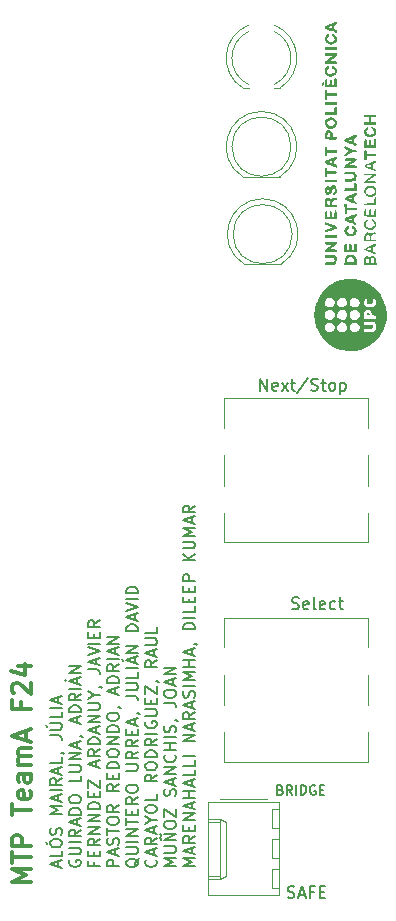
<source format=gbr>
%TF.GenerationSoftware,KiCad,Pcbnew,8.0.5*%
%TF.CreationDate,2024-11-30T13:26:41+01:00*%
%TF.ProjectId,hmi,686d692e-6b69-4636-9164-5f7063625858,rev?*%
%TF.SameCoordinates,Original*%
%TF.FileFunction,Legend,Top*%
%TF.FilePolarity,Positive*%
%FSLAX46Y46*%
G04 Gerber Fmt 4.6, Leading zero omitted, Abs format (unit mm)*
G04 Created by KiCad (PCBNEW 8.0.5) date 2024-11-30 13:26:41*
%MOMM*%
%LPD*%
G01*
G04 APERTURE LIST*
%ADD10C,0.200000*%
%ADD11C,0.300000*%
%ADD12C,0.150000*%
%ADD13C,0.120000*%
%ADD14C,0.000000*%
G04 APERTURE END LIST*
D10*
X76111896Y-144277945D02*
X76111896Y-143801755D01*
X76397611Y-144373183D02*
X75397611Y-144039850D01*
X75397611Y-144039850D02*
X76397611Y-143706517D01*
X76397611Y-142896993D02*
X76397611Y-143373183D01*
X76397611Y-143373183D02*
X75397611Y-143373183D01*
X75397611Y-142373183D02*
X75397611Y-142182707D01*
X75397611Y-142182707D02*
X75445230Y-142087469D01*
X75445230Y-142087469D02*
X75540468Y-141992231D01*
X75540468Y-141992231D02*
X75730944Y-141944612D01*
X75730944Y-141944612D02*
X76064277Y-141944612D01*
X76064277Y-141944612D02*
X76254753Y-141992231D01*
X76254753Y-141992231D02*
X76349992Y-142087469D01*
X76349992Y-142087469D02*
X76397611Y-142182707D01*
X76397611Y-142182707D02*
X76397611Y-142373183D01*
X76397611Y-142373183D02*
X76349992Y-142468421D01*
X76349992Y-142468421D02*
X76254753Y-142563659D01*
X76254753Y-142563659D02*
X76064277Y-142611278D01*
X76064277Y-142611278D02*
X75730944Y-142611278D01*
X75730944Y-142611278D02*
X75540468Y-142563659D01*
X75540468Y-142563659D02*
X75445230Y-142468421D01*
X75445230Y-142468421D02*
X75397611Y-142373183D01*
X75016658Y-142182707D02*
X75159515Y-142325564D01*
X76349992Y-141563659D02*
X76397611Y-141420802D01*
X76397611Y-141420802D02*
X76397611Y-141182707D01*
X76397611Y-141182707D02*
X76349992Y-141087469D01*
X76349992Y-141087469D02*
X76302372Y-141039850D01*
X76302372Y-141039850D02*
X76207134Y-140992231D01*
X76207134Y-140992231D02*
X76111896Y-140992231D01*
X76111896Y-140992231D02*
X76016658Y-141039850D01*
X76016658Y-141039850D02*
X75969039Y-141087469D01*
X75969039Y-141087469D02*
X75921420Y-141182707D01*
X75921420Y-141182707D02*
X75873801Y-141373183D01*
X75873801Y-141373183D02*
X75826182Y-141468421D01*
X75826182Y-141468421D02*
X75778563Y-141516040D01*
X75778563Y-141516040D02*
X75683325Y-141563659D01*
X75683325Y-141563659D02*
X75588087Y-141563659D01*
X75588087Y-141563659D02*
X75492849Y-141516040D01*
X75492849Y-141516040D02*
X75445230Y-141468421D01*
X75445230Y-141468421D02*
X75397611Y-141373183D01*
X75397611Y-141373183D02*
X75397611Y-141135088D01*
X75397611Y-141135088D02*
X75445230Y-140992231D01*
X76397611Y-139801754D02*
X75397611Y-139801754D01*
X75397611Y-139801754D02*
X76111896Y-139468421D01*
X76111896Y-139468421D02*
X75397611Y-139135088D01*
X75397611Y-139135088D02*
X76397611Y-139135088D01*
X76111896Y-138706516D02*
X76111896Y-138230326D01*
X76397611Y-138801754D02*
X75397611Y-138468421D01*
X75397611Y-138468421D02*
X76397611Y-138135088D01*
X76397611Y-137801754D02*
X75397611Y-137801754D01*
X76397611Y-136754136D02*
X75921420Y-137087469D01*
X76397611Y-137325564D02*
X75397611Y-137325564D01*
X75397611Y-137325564D02*
X75397611Y-136944612D01*
X75397611Y-136944612D02*
X75445230Y-136849374D01*
X75445230Y-136849374D02*
X75492849Y-136801755D01*
X75492849Y-136801755D02*
X75588087Y-136754136D01*
X75588087Y-136754136D02*
X75730944Y-136754136D01*
X75730944Y-136754136D02*
X75826182Y-136801755D01*
X75826182Y-136801755D02*
X75873801Y-136849374D01*
X75873801Y-136849374D02*
X75921420Y-136944612D01*
X75921420Y-136944612D02*
X75921420Y-137325564D01*
X76111896Y-136373183D02*
X76111896Y-135896993D01*
X76397611Y-136468421D02*
X75397611Y-136135088D01*
X75397611Y-136135088D02*
X76397611Y-135801755D01*
X76397611Y-134992231D02*
X76397611Y-135468421D01*
X76397611Y-135468421D02*
X75397611Y-135468421D01*
X76349992Y-134611278D02*
X76397611Y-134611278D01*
X76397611Y-134611278D02*
X76492849Y-134658897D01*
X76492849Y-134658897D02*
X76540468Y-134706516D01*
X75397611Y-133135088D02*
X76111896Y-133135088D01*
X76111896Y-133135088D02*
X76254753Y-133182707D01*
X76254753Y-133182707D02*
X76349992Y-133277945D01*
X76349992Y-133277945D02*
X76397611Y-133420802D01*
X76397611Y-133420802D02*
X76397611Y-133516040D01*
X75397611Y-132658897D02*
X76207134Y-132658897D01*
X76207134Y-132658897D02*
X76302372Y-132611278D01*
X76302372Y-132611278D02*
X76349992Y-132563659D01*
X76349992Y-132563659D02*
X76397611Y-132468421D01*
X76397611Y-132468421D02*
X76397611Y-132277945D01*
X76397611Y-132277945D02*
X76349992Y-132182707D01*
X76349992Y-132182707D02*
X76302372Y-132135088D01*
X76302372Y-132135088D02*
X76207134Y-132087469D01*
X76207134Y-132087469D02*
X75397611Y-132087469D01*
X75016658Y-132277945D02*
X75159515Y-132420802D01*
X76397611Y-131135088D02*
X76397611Y-131611278D01*
X76397611Y-131611278D02*
X75397611Y-131611278D01*
X76397611Y-130801754D02*
X75397611Y-130801754D01*
X76111896Y-130373183D02*
X76111896Y-129896993D01*
X76397611Y-130468421D02*
X75397611Y-130135088D01*
X75397611Y-130135088D02*
X76397611Y-129801755D01*
X77055174Y-143706517D02*
X77007555Y-143801755D01*
X77007555Y-143801755D02*
X77007555Y-143944612D01*
X77007555Y-143944612D02*
X77055174Y-144087469D01*
X77055174Y-144087469D02*
X77150412Y-144182707D01*
X77150412Y-144182707D02*
X77245650Y-144230326D01*
X77245650Y-144230326D02*
X77436126Y-144277945D01*
X77436126Y-144277945D02*
X77578983Y-144277945D01*
X77578983Y-144277945D02*
X77769459Y-144230326D01*
X77769459Y-144230326D02*
X77864697Y-144182707D01*
X77864697Y-144182707D02*
X77959936Y-144087469D01*
X77959936Y-144087469D02*
X78007555Y-143944612D01*
X78007555Y-143944612D02*
X78007555Y-143849374D01*
X78007555Y-143849374D02*
X77959936Y-143706517D01*
X77959936Y-143706517D02*
X77912316Y-143658898D01*
X77912316Y-143658898D02*
X77578983Y-143658898D01*
X77578983Y-143658898D02*
X77578983Y-143849374D01*
X77007555Y-143230326D02*
X77817078Y-143230326D01*
X77817078Y-143230326D02*
X77912316Y-143182707D01*
X77912316Y-143182707D02*
X77959936Y-143135088D01*
X77959936Y-143135088D02*
X78007555Y-143039850D01*
X78007555Y-143039850D02*
X78007555Y-142849374D01*
X78007555Y-142849374D02*
X77959936Y-142754136D01*
X77959936Y-142754136D02*
X77912316Y-142706517D01*
X77912316Y-142706517D02*
X77817078Y-142658898D01*
X77817078Y-142658898D02*
X77007555Y-142658898D01*
X78007555Y-142182707D02*
X77007555Y-142182707D01*
X78007555Y-141135089D02*
X77531364Y-141468422D01*
X78007555Y-141706517D02*
X77007555Y-141706517D01*
X77007555Y-141706517D02*
X77007555Y-141325565D01*
X77007555Y-141325565D02*
X77055174Y-141230327D01*
X77055174Y-141230327D02*
X77102793Y-141182708D01*
X77102793Y-141182708D02*
X77198031Y-141135089D01*
X77198031Y-141135089D02*
X77340888Y-141135089D01*
X77340888Y-141135089D02*
X77436126Y-141182708D01*
X77436126Y-141182708D02*
X77483745Y-141230327D01*
X77483745Y-141230327D02*
X77531364Y-141325565D01*
X77531364Y-141325565D02*
X77531364Y-141706517D01*
X77721840Y-140754136D02*
X77721840Y-140277946D01*
X78007555Y-140849374D02*
X77007555Y-140516041D01*
X77007555Y-140516041D02*
X78007555Y-140182708D01*
X78007555Y-139849374D02*
X77007555Y-139849374D01*
X77007555Y-139849374D02*
X77007555Y-139611279D01*
X77007555Y-139611279D02*
X77055174Y-139468422D01*
X77055174Y-139468422D02*
X77150412Y-139373184D01*
X77150412Y-139373184D02*
X77245650Y-139325565D01*
X77245650Y-139325565D02*
X77436126Y-139277946D01*
X77436126Y-139277946D02*
X77578983Y-139277946D01*
X77578983Y-139277946D02*
X77769459Y-139325565D01*
X77769459Y-139325565D02*
X77864697Y-139373184D01*
X77864697Y-139373184D02*
X77959936Y-139468422D01*
X77959936Y-139468422D02*
X78007555Y-139611279D01*
X78007555Y-139611279D02*
X78007555Y-139849374D01*
X77007555Y-138658898D02*
X77007555Y-138468422D01*
X77007555Y-138468422D02*
X77055174Y-138373184D01*
X77055174Y-138373184D02*
X77150412Y-138277946D01*
X77150412Y-138277946D02*
X77340888Y-138230327D01*
X77340888Y-138230327D02*
X77674221Y-138230327D01*
X77674221Y-138230327D02*
X77864697Y-138277946D01*
X77864697Y-138277946D02*
X77959936Y-138373184D01*
X77959936Y-138373184D02*
X78007555Y-138468422D01*
X78007555Y-138468422D02*
X78007555Y-138658898D01*
X78007555Y-138658898D02*
X77959936Y-138754136D01*
X77959936Y-138754136D02*
X77864697Y-138849374D01*
X77864697Y-138849374D02*
X77674221Y-138896993D01*
X77674221Y-138896993D02*
X77340888Y-138896993D01*
X77340888Y-138896993D02*
X77150412Y-138849374D01*
X77150412Y-138849374D02*
X77055174Y-138754136D01*
X77055174Y-138754136D02*
X77007555Y-138658898D01*
X78007555Y-136563660D02*
X78007555Y-137039850D01*
X78007555Y-137039850D02*
X77007555Y-137039850D01*
X77007555Y-136230326D02*
X77817078Y-136230326D01*
X77817078Y-136230326D02*
X77912316Y-136182707D01*
X77912316Y-136182707D02*
X77959936Y-136135088D01*
X77959936Y-136135088D02*
X78007555Y-136039850D01*
X78007555Y-136039850D02*
X78007555Y-135849374D01*
X78007555Y-135849374D02*
X77959936Y-135754136D01*
X77959936Y-135754136D02*
X77912316Y-135706517D01*
X77912316Y-135706517D02*
X77817078Y-135658898D01*
X77817078Y-135658898D02*
X77007555Y-135658898D01*
X78007555Y-135182707D02*
X77007555Y-135182707D01*
X77007555Y-135182707D02*
X78007555Y-134611279D01*
X78007555Y-134611279D02*
X77007555Y-134611279D01*
X77721840Y-134182707D02*
X77721840Y-133706517D01*
X78007555Y-134277945D02*
X77007555Y-133944612D01*
X77007555Y-133944612D02*
X78007555Y-133611279D01*
X77959936Y-133230326D02*
X78007555Y-133230326D01*
X78007555Y-133230326D02*
X78102793Y-133277945D01*
X78102793Y-133277945D02*
X78150412Y-133325564D01*
X77721840Y-132087469D02*
X77721840Y-131611279D01*
X78007555Y-132182707D02*
X77007555Y-131849374D01*
X77007555Y-131849374D02*
X78007555Y-131516041D01*
X78007555Y-131182707D02*
X77007555Y-131182707D01*
X77007555Y-131182707D02*
X77007555Y-130944612D01*
X77007555Y-130944612D02*
X77055174Y-130801755D01*
X77055174Y-130801755D02*
X77150412Y-130706517D01*
X77150412Y-130706517D02*
X77245650Y-130658898D01*
X77245650Y-130658898D02*
X77436126Y-130611279D01*
X77436126Y-130611279D02*
X77578983Y-130611279D01*
X77578983Y-130611279D02*
X77769459Y-130658898D01*
X77769459Y-130658898D02*
X77864697Y-130706517D01*
X77864697Y-130706517D02*
X77959936Y-130801755D01*
X77959936Y-130801755D02*
X78007555Y-130944612D01*
X78007555Y-130944612D02*
X78007555Y-131182707D01*
X78007555Y-129611279D02*
X77531364Y-129944612D01*
X78007555Y-130182707D02*
X77007555Y-130182707D01*
X77007555Y-130182707D02*
X77007555Y-129801755D01*
X77007555Y-129801755D02*
X77055174Y-129706517D01*
X77055174Y-129706517D02*
X77102793Y-129658898D01*
X77102793Y-129658898D02*
X77198031Y-129611279D01*
X77198031Y-129611279D02*
X77340888Y-129611279D01*
X77340888Y-129611279D02*
X77436126Y-129658898D01*
X77436126Y-129658898D02*
X77483745Y-129706517D01*
X77483745Y-129706517D02*
X77531364Y-129801755D01*
X77531364Y-129801755D02*
X77531364Y-130182707D01*
X78007555Y-129182707D02*
X77007555Y-129182707D01*
X77721840Y-128754136D02*
X77721840Y-128277946D01*
X78007555Y-128849374D02*
X77007555Y-128516041D01*
X77007555Y-128516041D02*
X78007555Y-128182708D01*
X76626602Y-128420803D02*
X76769459Y-128563660D01*
X78007555Y-127849374D02*
X77007555Y-127849374D01*
X77007555Y-127849374D02*
X78007555Y-127277946D01*
X78007555Y-127277946D02*
X77007555Y-127277946D01*
X79093689Y-143896993D02*
X79093689Y-144230326D01*
X79617499Y-144230326D02*
X78617499Y-144230326D01*
X78617499Y-144230326D02*
X78617499Y-143754136D01*
X79093689Y-143373183D02*
X79093689Y-143039850D01*
X79617499Y-142896993D02*
X79617499Y-143373183D01*
X79617499Y-143373183D02*
X78617499Y-143373183D01*
X78617499Y-143373183D02*
X78617499Y-142896993D01*
X79617499Y-141896993D02*
X79141308Y-142230326D01*
X79617499Y-142468421D02*
X78617499Y-142468421D01*
X78617499Y-142468421D02*
X78617499Y-142087469D01*
X78617499Y-142087469D02*
X78665118Y-141992231D01*
X78665118Y-141992231D02*
X78712737Y-141944612D01*
X78712737Y-141944612D02*
X78807975Y-141896993D01*
X78807975Y-141896993D02*
X78950832Y-141896993D01*
X78950832Y-141896993D02*
X79046070Y-141944612D01*
X79046070Y-141944612D02*
X79093689Y-141992231D01*
X79093689Y-141992231D02*
X79141308Y-142087469D01*
X79141308Y-142087469D02*
X79141308Y-142468421D01*
X79617499Y-141468421D02*
X78617499Y-141468421D01*
X78617499Y-141468421D02*
X79617499Y-140896993D01*
X79617499Y-140896993D02*
X78617499Y-140896993D01*
X79617499Y-140420802D02*
X78617499Y-140420802D01*
X78617499Y-140420802D02*
X79617499Y-139849374D01*
X79617499Y-139849374D02*
X78617499Y-139849374D01*
X79617499Y-139373183D02*
X78617499Y-139373183D01*
X78617499Y-139373183D02*
X78617499Y-139135088D01*
X78617499Y-139135088D02*
X78665118Y-138992231D01*
X78665118Y-138992231D02*
X78760356Y-138896993D01*
X78760356Y-138896993D02*
X78855594Y-138849374D01*
X78855594Y-138849374D02*
X79046070Y-138801755D01*
X79046070Y-138801755D02*
X79188927Y-138801755D01*
X79188927Y-138801755D02*
X79379403Y-138849374D01*
X79379403Y-138849374D02*
X79474641Y-138896993D01*
X79474641Y-138896993D02*
X79569880Y-138992231D01*
X79569880Y-138992231D02*
X79617499Y-139135088D01*
X79617499Y-139135088D02*
X79617499Y-139373183D01*
X79093689Y-138373183D02*
X79093689Y-138039850D01*
X79617499Y-137896993D02*
X79617499Y-138373183D01*
X79617499Y-138373183D02*
X78617499Y-138373183D01*
X78617499Y-138373183D02*
X78617499Y-137896993D01*
X78617499Y-137563659D02*
X78617499Y-136896993D01*
X78617499Y-136896993D02*
X79617499Y-137563659D01*
X79617499Y-137563659D02*
X79617499Y-136896993D01*
X79331784Y-135801754D02*
X79331784Y-135325564D01*
X79617499Y-135896992D02*
X78617499Y-135563659D01*
X78617499Y-135563659D02*
X79617499Y-135230326D01*
X79617499Y-134325564D02*
X79141308Y-134658897D01*
X79617499Y-134896992D02*
X78617499Y-134896992D01*
X78617499Y-134896992D02*
X78617499Y-134516040D01*
X78617499Y-134516040D02*
X78665118Y-134420802D01*
X78665118Y-134420802D02*
X78712737Y-134373183D01*
X78712737Y-134373183D02*
X78807975Y-134325564D01*
X78807975Y-134325564D02*
X78950832Y-134325564D01*
X78950832Y-134325564D02*
X79046070Y-134373183D01*
X79046070Y-134373183D02*
X79093689Y-134420802D01*
X79093689Y-134420802D02*
X79141308Y-134516040D01*
X79141308Y-134516040D02*
X79141308Y-134896992D01*
X79617499Y-133896992D02*
X78617499Y-133896992D01*
X78617499Y-133896992D02*
X78617499Y-133658897D01*
X78617499Y-133658897D02*
X78665118Y-133516040D01*
X78665118Y-133516040D02*
X78760356Y-133420802D01*
X78760356Y-133420802D02*
X78855594Y-133373183D01*
X78855594Y-133373183D02*
X79046070Y-133325564D01*
X79046070Y-133325564D02*
X79188927Y-133325564D01*
X79188927Y-133325564D02*
X79379403Y-133373183D01*
X79379403Y-133373183D02*
X79474641Y-133420802D01*
X79474641Y-133420802D02*
X79569880Y-133516040D01*
X79569880Y-133516040D02*
X79617499Y-133658897D01*
X79617499Y-133658897D02*
X79617499Y-133896992D01*
X79331784Y-132944611D02*
X79331784Y-132468421D01*
X79617499Y-133039849D02*
X78617499Y-132706516D01*
X78617499Y-132706516D02*
X79617499Y-132373183D01*
X79617499Y-132039849D02*
X78617499Y-132039849D01*
X78617499Y-132039849D02*
X79617499Y-131468421D01*
X79617499Y-131468421D02*
X78617499Y-131468421D01*
X78617499Y-130992230D02*
X79427022Y-130992230D01*
X79427022Y-130992230D02*
X79522260Y-130944611D01*
X79522260Y-130944611D02*
X79569880Y-130896992D01*
X79569880Y-130896992D02*
X79617499Y-130801754D01*
X79617499Y-130801754D02*
X79617499Y-130611278D01*
X79617499Y-130611278D02*
X79569880Y-130516040D01*
X79569880Y-130516040D02*
X79522260Y-130468421D01*
X79522260Y-130468421D02*
X79427022Y-130420802D01*
X79427022Y-130420802D02*
X78617499Y-130420802D01*
X79141308Y-129754135D02*
X79617499Y-129754135D01*
X78617499Y-130087468D02*
X79141308Y-129754135D01*
X79141308Y-129754135D02*
X78617499Y-129420802D01*
X79569880Y-129039849D02*
X79617499Y-129039849D01*
X79617499Y-129039849D02*
X79712737Y-129087468D01*
X79712737Y-129087468D02*
X79760356Y-129135087D01*
X78617499Y-127563659D02*
X79331784Y-127563659D01*
X79331784Y-127563659D02*
X79474641Y-127611278D01*
X79474641Y-127611278D02*
X79569880Y-127706516D01*
X79569880Y-127706516D02*
X79617499Y-127849373D01*
X79617499Y-127849373D02*
X79617499Y-127944611D01*
X79331784Y-127135087D02*
X79331784Y-126658897D01*
X79617499Y-127230325D02*
X78617499Y-126896992D01*
X78617499Y-126896992D02*
X79617499Y-126563659D01*
X78617499Y-126373182D02*
X79617499Y-126039849D01*
X79617499Y-126039849D02*
X78617499Y-125706516D01*
X79617499Y-125373182D02*
X78617499Y-125373182D01*
X79093689Y-124896992D02*
X79093689Y-124563659D01*
X79617499Y-124420802D02*
X79617499Y-124896992D01*
X79617499Y-124896992D02*
X78617499Y-124896992D01*
X78617499Y-124896992D02*
X78617499Y-124420802D01*
X79617499Y-123420802D02*
X79141308Y-123754135D01*
X79617499Y-123992230D02*
X78617499Y-123992230D01*
X78617499Y-123992230D02*
X78617499Y-123611278D01*
X78617499Y-123611278D02*
X78665118Y-123516040D01*
X78665118Y-123516040D02*
X78712737Y-123468421D01*
X78712737Y-123468421D02*
X78807975Y-123420802D01*
X78807975Y-123420802D02*
X78950832Y-123420802D01*
X78950832Y-123420802D02*
X79046070Y-123468421D01*
X79046070Y-123468421D02*
X79093689Y-123516040D01*
X79093689Y-123516040D02*
X79141308Y-123611278D01*
X79141308Y-123611278D02*
X79141308Y-123992230D01*
X81227443Y-144230326D02*
X80227443Y-144230326D01*
X80227443Y-144230326D02*
X80227443Y-143849374D01*
X80227443Y-143849374D02*
X80275062Y-143754136D01*
X80275062Y-143754136D02*
X80322681Y-143706517D01*
X80322681Y-143706517D02*
X80417919Y-143658898D01*
X80417919Y-143658898D02*
X80560776Y-143658898D01*
X80560776Y-143658898D02*
X80656014Y-143706517D01*
X80656014Y-143706517D02*
X80703633Y-143754136D01*
X80703633Y-143754136D02*
X80751252Y-143849374D01*
X80751252Y-143849374D02*
X80751252Y-144230326D01*
X80941728Y-143277945D02*
X80941728Y-142801755D01*
X81227443Y-143373183D02*
X80227443Y-143039850D01*
X80227443Y-143039850D02*
X81227443Y-142706517D01*
X81179824Y-142420802D02*
X81227443Y-142277945D01*
X81227443Y-142277945D02*
X81227443Y-142039850D01*
X81227443Y-142039850D02*
X81179824Y-141944612D01*
X81179824Y-141944612D02*
X81132204Y-141896993D01*
X81132204Y-141896993D02*
X81036966Y-141849374D01*
X81036966Y-141849374D02*
X80941728Y-141849374D01*
X80941728Y-141849374D02*
X80846490Y-141896993D01*
X80846490Y-141896993D02*
X80798871Y-141944612D01*
X80798871Y-141944612D02*
X80751252Y-142039850D01*
X80751252Y-142039850D02*
X80703633Y-142230326D01*
X80703633Y-142230326D02*
X80656014Y-142325564D01*
X80656014Y-142325564D02*
X80608395Y-142373183D01*
X80608395Y-142373183D02*
X80513157Y-142420802D01*
X80513157Y-142420802D02*
X80417919Y-142420802D01*
X80417919Y-142420802D02*
X80322681Y-142373183D01*
X80322681Y-142373183D02*
X80275062Y-142325564D01*
X80275062Y-142325564D02*
X80227443Y-142230326D01*
X80227443Y-142230326D02*
X80227443Y-141992231D01*
X80227443Y-141992231D02*
X80275062Y-141849374D01*
X80227443Y-141563659D02*
X80227443Y-140992231D01*
X81227443Y-141277945D02*
X80227443Y-141277945D01*
X80227443Y-140468421D02*
X80227443Y-140277945D01*
X80227443Y-140277945D02*
X80275062Y-140182707D01*
X80275062Y-140182707D02*
X80370300Y-140087469D01*
X80370300Y-140087469D02*
X80560776Y-140039850D01*
X80560776Y-140039850D02*
X80894109Y-140039850D01*
X80894109Y-140039850D02*
X81084585Y-140087469D01*
X81084585Y-140087469D02*
X81179824Y-140182707D01*
X81179824Y-140182707D02*
X81227443Y-140277945D01*
X81227443Y-140277945D02*
X81227443Y-140468421D01*
X81227443Y-140468421D02*
X81179824Y-140563659D01*
X81179824Y-140563659D02*
X81084585Y-140658897D01*
X81084585Y-140658897D02*
X80894109Y-140706516D01*
X80894109Y-140706516D02*
X80560776Y-140706516D01*
X80560776Y-140706516D02*
X80370300Y-140658897D01*
X80370300Y-140658897D02*
X80275062Y-140563659D01*
X80275062Y-140563659D02*
X80227443Y-140468421D01*
X81227443Y-139039850D02*
X80751252Y-139373183D01*
X81227443Y-139611278D02*
X80227443Y-139611278D01*
X80227443Y-139611278D02*
X80227443Y-139230326D01*
X80227443Y-139230326D02*
X80275062Y-139135088D01*
X80275062Y-139135088D02*
X80322681Y-139087469D01*
X80322681Y-139087469D02*
X80417919Y-139039850D01*
X80417919Y-139039850D02*
X80560776Y-139039850D01*
X80560776Y-139039850D02*
X80656014Y-139087469D01*
X80656014Y-139087469D02*
X80703633Y-139135088D01*
X80703633Y-139135088D02*
X80751252Y-139230326D01*
X80751252Y-139230326D02*
X80751252Y-139611278D01*
X81227443Y-137277945D02*
X80751252Y-137611278D01*
X81227443Y-137849373D02*
X80227443Y-137849373D01*
X80227443Y-137849373D02*
X80227443Y-137468421D01*
X80227443Y-137468421D02*
X80275062Y-137373183D01*
X80275062Y-137373183D02*
X80322681Y-137325564D01*
X80322681Y-137325564D02*
X80417919Y-137277945D01*
X80417919Y-137277945D02*
X80560776Y-137277945D01*
X80560776Y-137277945D02*
X80656014Y-137325564D01*
X80656014Y-137325564D02*
X80703633Y-137373183D01*
X80703633Y-137373183D02*
X80751252Y-137468421D01*
X80751252Y-137468421D02*
X80751252Y-137849373D01*
X80703633Y-136849373D02*
X80703633Y-136516040D01*
X81227443Y-136373183D02*
X81227443Y-136849373D01*
X81227443Y-136849373D02*
X80227443Y-136849373D01*
X80227443Y-136849373D02*
X80227443Y-136373183D01*
X81227443Y-135944611D02*
X80227443Y-135944611D01*
X80227443Y-135944611D02*
X80227443Y-135706516D01*
X80227443Y-135706516D02*
X80275062Y-135563659D01*
X80275062Y-135563659D02*
X80370300Y-135468421D01*
X80370300Y-135468421D02*
X80465538Y-135420802D01*
X80465538Y-135420802D02*
X80656014Y-135373183D01*
X80656014Y-135373183D02*
X80798871Y-135373183D01*
X80798871Y-135373183D02*
X80989347Y-135420802D01*
X80989347Y-135420802D02*
X81084585Y-135468421D01*
X81084585Y-135468421D02*
X81179824Y-135563659D01*
X81179824Y-135563659D02*
X81227443Y-135706516D01*
X81227443Y-135706516D02*
X81227443Y-135944611D01*
X80227443Y-134754135D02*
X80227443Y-134563659D01*
X80227443Y-134563659D02*
X80275062Y-134468421D01*
X80275062Y-134468421D02*
X80370300Y-134373183D01*
X80370300Y-134373183D02*
X80560776Y-134325564D01*
X80560776Y-134325564D02*
X80894109Y-134325564D01*
X80894109Y-134325564D02*
X81084585Y-134373183D01*
X81084585Y-134373183D02*
X81179824Y-134468421D01*
X81179824Y-134468421D02*
X81227443Y-134563659D01*
X81227443Y-134563659D02*
X81227443Y-134754135D01*
X81227443Y-134754135D02*
X81179824Y-134849373D01*
X81179824Y-134849373D02*
X81084585Y-134944611D01*
X81084585Y-134944611D02*
X80894109Y-134992230D01*
X80894109Y-134992230D02*
X80560776Y-134992230D01*
X80560776Y-134992230D02*
X80370300Y-134944611D01*
X80370300Y-134944611D02*
X80275062Y-134849373D01*
X80275062Y-134849373D02*
X80227443Y-134754135D01*
X81227443Y-133896992D02*
X80227443Y-133896992D01*
X80227443Y-133896992D02*
X81227443Y-133325564D01*
X81227443Y-133325564D02*
X80227443Y-133325564D01*
X81227443Y-132849373D02*
X80227443Y-132849373D01*
X80227443Y-132849373D02*
X80227443Y-132611278D01*
X80227443Y-132611278D02*
X80275062Y-132468421D01*
X80275062Y-132468421D02*
X80370300Y-132373183D01*
X80370300Y-132373183D02*
X80465538Y-132325564D01*
X80465538Y-132325564D02*
X80656014Y-132277945D01*
X80656014Y-132277945D02*
X80798871Y-132277945D01*
X80798871Y-132277945D02*
X80989347Y-132325564D01*
X80989347Y-132325564D02*
X81084585Y-132373183D01*
X81084585Y-132373183D02*
X81179824Y-132468421D01*
X81179824Y-132468421D02*
X81227443Y-132611278D01*
X81227443Y-132611278D02*
X81227443Y-132849373D01*
X80227443Y-131658897D02*
X80227443Y-131468421D01*
X80227443Y-131468421D02*
X80275062Y-131373183D01*
X80275062Y-131373183D02*
X80370300Y-131277945D01*
X80370300Y-131277945D02*
X80560776Y-131230326D01*
X80560776Y-131230326D02*
X80894109Y-131230326D01*
X80894109Y-131230326D02*
X81084585Y-131277945D01*
X81084585Y-131277945D02*
X81179824Y-131373183D01*
X81179824Y-131373183D02*
X81227443Y-131468421D01*
X81227443Y-131468421D02*
X81227443Y-131658897D01*
X81227443Y-131658897D02*
X81179824Y-131754135D01*
X81179824Y-131754135D02*
X81084585Y-131849373D01*
X81084585Y-131849373D02*
X80894109Y-131896992D01*
X80894109Y-131896992D02*
X80560776Y-131896992D01*
X80560776Y-131896992D02*
X80370300Y-131849373D01*
X80370300Y-131849373D02*
X80275062Y-131754135D01*
X80275062Y-131754135D02*
X80227443Y-131658897D01*
X81179824Y-130754135D02*
X81227443Y-130754135D01*
X81227443Y-130754135D02*
X81322681Y-130801754D01*
X81322681Y-130801754D02*
X81370300Y-130849373D01*
X80941728Y-129611278D02*
X80941728Y-129135088D01*
X81227443Y-129706516D02*
X80227443Y-129373183D01*
X80227443Y-129373183D02*
X81227443Y-129039850D01*
X81227443Y-128706516D02*
X80227443Y-128706516D01*
X80227443Y-128706516D02*
X80227443Y-128468421D01*
X80227443Y-128468421D02*
X80275062Y-128325564D01*
X80275062Y-128325564D02*
X80370300Y-128230326D01*
X80370300Y-128230326D02*
X80465538Y-128182707D01*
X80465538Y-128182707D02*
X80656014Y-128135088D01*
X80656014Y-128135088D02*
X80798871Y-128135088D01*
X80798871Y-128135088D02*
X80989347Y-128182707D01*
X80989347Y-128182707D02*
X81084585Y-128230326D01*
X81084585Y-128230326D02*
X81179824Y-128325564D01*
X81179824Y-128325564D02*
X81227443Y-128468421D01*
X81227443Y-128468421D02*
X81227443Y-128706516D01*
X81227443Y-127135088D02*
X80751252Y-127468421D01*
X81227443Y-127706516D02*
X80227443Y-127706516D01*
X80227443Y-127706516D02*
X80227443Y-127325564D01*
X80227443Y-127325564D02*
X80275062Y-127230326D01*
X80275062Y-127230326D02*
X80322681Y-127182707D01*
X80322681Y-127182707D02*
X80417919Y-127135088D01*
X80417919Y-127135088D02*
X80560776Y-127135088D01*
X80560776Y-127135088D02*
X80656014Y-127182707D01*
X80656014Y-127182707D02*
X80703633Y-127230326D01*
X80703633Y-127230326D02*
X80751252Y-127325564D01*
X80751252Y-127325564D02*
X80751252Y-127706516D01*
X81227443Y-126706516D02*
X80227443Y-126706516D01*
X80941728Y-126277945D02*
X80941728Y-125801755D01*
X81227443Y-126373183D02*
X80227443Y-126039850D01*
X80227443Y-126039850D02*
X81227443Y-125706517D01*
X81227443Y-125373183D02*
X80227443Y-125373183D01*
X80227443Y-125373183D02*
X81227443Y-124801755D01*
X81227443Y-124801755D02*
X80227443Y-124801755D01*
X82932625Y-143563660D02*
X82885006Y-143658898D01*
X82885006Y-143658898D02*
X82789768Y-143754136D01*
X82789768Y-143754136D02*
X82646910Y-143896993D01*
X82646910Y-143896993D02*
X82599291Y-143992231D01*
X82599291Y-143992231D02*
X82599291Y-144087469D01*
X82837387Y-144039850D02*
X82789768Y-144135088D01*
X82789768Y-144135088D02*
X82694529Y-144230326D01*
X82694529Y-144230326D02*
X82504053Y-144277945D01*
X82504053Y-144277945D02*
X82170720Y-144277945D01*
X82170720Y-144277945D02*
X81980244Y-144230326D01*
X81980244Y-144230326D02*
X81885006Y-144135088D01*
X81885006Y-144135088D02*
X81837387Y-144039850D01*
X81837387Y-144039850D02*
X81837387Y-143849374D01*
X81837387Y-143849374D02*
X81885006Y-143754136D01*
X81885006Y-143754136D02*
X81980244Y-143658898D01*
X81980244Y-143658898D02*
X82170720Y-143611279D01*
X82170720Y-143611279D02*
X82504053Y-143611279D01*
X82504053Y-143611279D02*
X82694529Y-143658898D01*
X82694529Y-143658898D02*
X82789768Y-143754136D01*
X82789768Y-143754136D02*
X82837387Y-143849374D01*
X82837387Y-143849374D02*
X82837387Y-144039850D01*
X81837387Y-143182707D02*
X82646910Y-143182707D01*
X82646910Y-143182707D02*
X82742148Y-143135088D01*
X82742148Y-143135088D02*
X82789768Y-143087469D01*
X82789768Y-143087469D02*
X82837387Y-142992231D01*
X82837387Y-142992231D02*
X82837387Y-142801755D01*
X82837387Y-142801755D02*
X82789768Y-142706517D01*
X82789768Y-142706517D02*
X82742148Y-142658898D01*
X82742148Y-142658898D02*
X82646910Y-142611279D01*
X82646910Y-142611279D02*
X81837387Y-142611279D01*
X82837387Y-142135088D02*
X81837387Y-142135088D01*
X82837387Y-141658898D02*
X81837387Y-141658898D01*
X81837387Y-141658898D02*
X82837387Y-141087470D01*
X82837387Y-141087470D02*
X81837387Y-141087470D01*
X81837387Y-140754136D02*
X81837387Y-140182708D01*
X82837387Y-140468422D02*
X81837387Y-140468422D01*
X82313577Y-139849374D02*
X82313577Y-139516041D01*
X82837387Y-139373184D02*
X82837387Y-139849374D01*
X82837387Y-139849374D02*
X81837387Y-139849374D01*
X81837387Y-139849374D02*
X81837387Y-139373184D01*
X82837387Y-138373184D02*
X82361196Y-138706517D01*
X82837387Y-138944612D02*
X81837387Y-138944612D01*
X81837387Y-138944612D02*
X81837387Y-138563660D01*
X81837387Y-138563660D02*
X81885006Y-138468422D01*
X81885006Y-138468422D02*
X81932625Y-138420803D01*
X81932625Y-138420803D02*
X82027863Y-138373184D01*
X82027863Y-138373184D02*
X82170720Y-138373184D01*
X82170720Y-138373184D02*
X82265958Y-138420803D01*
X82265958Y-138420803D02*
X82313577Y-138468422D01*
X82313577Y-138468422D02*
X82361196Y-138563660D01*
X82361196Y-138563660D02*
X82361196Y-138944612D01*
X81837387Y-137754136D02*
X81837387Y-137563660D01*
X81837387Y-137563660D02*
X81885006Y-137468422D01*
X81885006Y-137468422D02*
X81980244Y-137373184D01*
X81980244Y-137373184D02*
X82170720Y-137325565D01*
X82170720Y-137325565D02*
X82504053Y-137325565D01*
X82504053Y-137325565D02*
X82694529Y-137373184D01*
X82694529Y-137373184D02*
X82789768Y-137468422D01*
X82789768Y-137468422D02*
X82837387Y-137563660D01*
X82837387Y-137563660D02*
X82837387Y-137754136D01*
X82837387Y-137754136D02*
X82789768Y-137849374D01*
X82789768Y-137849374D02*
X82694529Y-137944612D01*
X82694529Y-137944612D02*
X82504053Y-137992231D01*
X82504053Y-137992231D02*
X82170720Y-137992231D01*
X82170720Y-137992231D02*
X81980244Y-137944612D01*
X81980244Y-137944612D02*
X81885006Y-137849374D01*
X81885006Y-137849374D02*
X81837387Y-137754136D01*
X81837387Y-136135088D02*
X82646910Y-136135088D01*
X82646910Y-136135088D02*
X82742148Y-136087469D01*
X82742148Y-136087469D02*
X82789768Y-136039850D01*
X82789768Y-136039850D02*
X82837387Y-135944612D01*
X82837387Y-135944612D02*
X82837387Y-135754136D01*
X82837387Y-135754136D02*
X82789768Y-135658898D01*
X82789768Y-135658898D02*
X82742148Y-135611279D01*
X82742148Y-135611279D02*
X82646910Y-135563660D01*
X82646910Y-135563660D02*
X81837387Y-135563660D01*
X82837387Y-134516041D02*
X82361196Y-134849374D01*
X82837387Y-135087469D02*
X81837387Y-135087469D01*
X81837387Y-135087469D02*
X81837387Y-134706517D01*
X81837387Y-134706517D02*
X81885006Y-134611279D01*
X81885006Y-134611279D02*
X81932625Y-134563660D01*
X81932625Y-134563660D02*
X82027863Y-134516041D01*
X82027863Y-134516041D02*
X82170720Y-134516041D01*
X82170720Y-134516041D02*
X82265958Y-134563660D01*
X82265958Y-134563660D02*
X82313577Y-134611279D01*
X82313577Y-134611279D02*
X82361196Y-134706517D01*
X82361196Y-134706517D02*
X82361196Y-135087469D01*
X82837387Y-133516041D02*
X82361196Y-133849374D01*
X82837387Y-134087469D02*
X81837387Y-134087469D01*
X81837387Y-134087469D02*
X81837387Y-133706517D01*
X81837387Y-133706517D02*
X81885006Y-133611279D01*
X81885006Y-133611279D02*
X81932625Y-133563660D01*
X81932625Y-133563660D02*
X82027863Y-133516041D01*
X82027863Y-133516041D02*
X82170720Y-133516041D01*
X82170720Y-133516041D02*
X82265958Y-133563660D01*
X82265958Y-133563660D02*
X82313577Y-133611279D01*
X82313577Y-133611279D02*
X82361196Y-133706517D01*
X82361196Y-133706517D02*
X82361196Y-134087469D01*
X82313577Y-133087469D02*
X82313577Y-132754136D01*
X82837387Y-132611279D02*
X82837387Y-133087469D01*
X82837387Y-133087469D02*
X81837387Y-133087469D01*
X81837387Y-133087469D02*
X81837387Y-132611279D01*
X82551672Y-132230326D02*
X82551672Y-131754136D01*
X82837387Y-132325564D02*
X81837387Y-131992231D01*
X81837387Y-131992231D02*
X82837387Y-131658898D01*
X82789768Y-131277945D02*
X82837387Y-131277945D01*
X82837387Y-131277945D02*
X82932625Y-131325564D01*
X82932625Y-131325564D02*
X82980244Y-131373183D01*
X81837387Y-129801755D02*
X82551672Y-129801755D01*
X82551672Y-129801755D02*
X82694529Y-129849374D01*
X82694529Y-129849374D02*
X82789768Y-129944612D01*
X82789768Y-129944612D02*
X82837387Y-130087469D01*
X82837387Y-130087469D02*
X82837387Y-130182707D01*
X81837387Y-129325564D02*
X82646910Y-129325564D01*
X82646910Y-129325564D02*
X82742148Y-129277945D01*
X82742148Y-129277945D02*
X82789768Y-129230326D01*
X82789768Y-129230326D02*
X82837387Y-129135088D01*
X82837387Y-129135088D02*
X82837387Y-128944612D01*
X82837387Y-128944612D02*
X82789768Y-128849374D01*
X82789768Y-128849374D02*
X82742148Y-128801755D01*
X82742148Y-128801755D02*
X82646910Y-128754136D01*
X82646910Y-128754136D02*
X81837387Y-128754136D01*
X82837387Y-127801755D02*
X82837387Y-128277945D01*
X82837387Y-128277945D02*
X81837387Y-128277945D01*
X82837387Y-127468421D02*
X81837387Y-127468421D01*
X82551672Y-127039850D02*
X82551672Y-126563660D01*
X82837387Y-127135088D02*
X81837387Y-126801755D01*
X81837387Y-126801755D02*
X82837387Y-126468422D01*
X81456434Y-126706517D02*
X81599291Y-126849374D01*
X82837387Y-126135088D02*
X81837387Y-126135088D01*
X81837387Y-126135088D02*
X82837387Y-125563660D01*
X82837387Y-125563660D02*
X81837387Y-125563660D01*
X82837387Y-124325564D02*
X81837387Y-124325564D01*
X81837387Y-124325564D02*
X81837387Y-124087469D01*
X81837387Y-124087469D02*
X81885006Y-123944612D01*
X81885006Y-123944612D02*
X81980244Y-123849374D01*
X81980244Y-123849374D02*
X82075482Y-123801755D01*
X82075482Y-123801755D02*
X82265958Y-123754136D01*
X82265958Y-123754136D02*
X82408815Y-123754136D01*
X82408815Y-123754136D02*
X82599291Y-123801755D01*
X82599291Y-123801755D02*
X82694529Y-123849374D01*
X82694529Y-123849374D02*
X82789768Y-123944612D01*
X82789768Y-123944612D02*
X82837387Y-124087469D01*
X82837387Y-124087469D02*
X82837387Y-124325564D01*
X82551672Y-123373183D02*
X82551672Y-122896993D01*
X82837387Y-123468421D02*
X81837387Y-123135088D01*
X81837387Y-123135088D02*
X82837387Y-122801755D01*
X81837387Y-122611278D02*
X82837387Y-122277945D01*
X82837387Y-122277945D02*
X81837387Y-121944612D01*
X82837387Y-121611278D02*
X81837387Y-121611278D01*
X82837387Y-121135088D02*
X81837387Y-121135088D01*
X81837387Y-121135088D02*
X81837387Y-120896993D01*
X81837387Y-120896993D02*
X81885006Y-120754136D01*
X81885006Y-120754136D02*
X81980244Y-120658898D01*
X81980244Y-120658898D02*
X82075482Y-120611279D01*
X82075482Y-120611279D02*
X82265958Y-120563660D01*
X82265958Y-120563660D02*
X82408815Y-120563660D01*
X82408815Y-120563660D02*
X82599291Y-120611279D01*
X82599291Y-120611279D02*
X82694529Y-120658898D01*
X82694529Y-120658898D02*
X82789768Y-120754136D01*
X82789768Y-120754136D02*
X82837387Y-120896993D01*
X82837387Y-120896993D02*
X82837387Y-121135088D01*
X84352092Y-143658898D02*
X84399712Y-143706517D01*
X84399712Y-143706517D02*
X84447331Y-143849374D01*
X84447331Y-143849374D02*
X84447331Y-143944612D01*
X84447331Y-143944612D02*
X84399712Y-144087469D01*
X84399712Y-144087469D02*
X84304473Y-144182707D01*
X84304473Y-144182707D02*
X84209235Y-144230326D01*
X84209235Y-144230326D02*
X84018759Y-144277945D01*
X84018759Y-144277945D02*
X83875902Y-144277945D01*
X83875902Y-144277945D02*
X83685426Y-144230326D01*
X83685426Y-144230326D02*
X83590188Y-144182707D01*
X83590188Y-144182707D02*
X83494950Y-144087469D01*
X83494950Y-144087469D02*
X83447331Y-143944612D01*
X83447331Y-143944612D02*
X83447331Y-143849374D01*
X83447331Y-143849374D02*
X83494950Y-143706517D01*
X83494950Y-143706517D02*
X83542569Y-143658898D01*
X84161616Y-143277945D02*
X84161616Y-142801755D01*
X84447331Y-143373183D02*
X83447331Y-143039850D01*
X83447331Y-143039850D02*
X84447331Y-142706517D01*
X84447331Y-141801755D02*
X83971140Y-142135088D01*
X84447331Y-142373183D02*
X83447331Y-142373183D01*
X83447331Y-142373183D02*
X83447331Y-141992231D01*
X83447331Y-141992231D02*
X83494950Y-141896993D01*
X83494950Y-141896993D02*
X83542569Y-141849374D01*
X83542569Y-141849374D02*
X83637807Y-141801755D01*
X83637807Y-141801755D02*
X83780664Y-141801755D01*
X83780664Y-141801755D02*
X83875902Y-141849374D01*
X83875902Y-141849374D02*
X83923521Y-141896993D01*
X83923521Y-141896993D02*
X83971140Y-141992231D01*
X83971140Y-141992231D02*
X83971140Y-142373183D01*
X84161616Y-141420802D02*
X84161616Y-140944612D01*
X84447331Y-141516040D02*
X83447331Y-141182707D01*
X83447331Y-141182707D02*
X84447331Y-140849374D01*
X83971140Y-140325564D02*
X84447331Y-140325564D01*
X83447331Y-140658897D02*
X83971140Y-140325564D01*
X83971140Y-140325564D02*
X83447331Y-139992231D01*
X83447331Y-139468421D02*
X83447331Y-139277945D01*
X83447331Y-139277945D02*
X83494950Y-139182707D01*
X83494950Y-139182707D02*
X83590188Y-139087469D01*
X83590188Y-139087469D02*
X83780664Y-139039850D01*
X83780664Y-139039850D02*
X84113997Y-139039850D01*
X84113997Y-139039850D02*
X84304473Y-139087469D01*
X84304473Y-139087469D02*
X84399712Y-139182707D01*
X84399712Y-139182707D02*
X84447331Y-139277945D01*
X84447331Y-139277945D02*
X84447331Y-139468421D01*
X84447331Y-139468421D02*
X84399712Y-139563659D01*
X84399712Y-139563659D02*
X84304473Y-139658897D01*
X84304473Y-139658897D02*
X84113997Y-139706516D01*
X84113997Y-139706516D02*
X83780664Y-139706516D01*
X83780664Y-139706516D02*
X83590188Y-139658897D01*
X83590188Y-139658897D02*
X83494950Y-139563659D01*
X83494950Y-139563659D02*
X83447331Y-139468421D01*
X84447331Y-138135088D02*
X84447331Y-138611278D01*
X84447331Y-138611278D02*
X83447331Y-138611278D01*
X84447331Y-136468421D02*
X83971140Y-136801754D01*
X84447331Y-137039849D02*
X83447331Y-137039849D01*
X83447331Y-137039849D02*
X83447331Y-136658897D01*
X83447331Y-136658897D02*
X83494950Y-136563659D01*
X83494950Y-136563659D02*
X83542569Y-136516040D01*
X83542569Y-136516040D02*
X83637807Y-136468421D01*
X83637807Y-136468421D02*
X83780664Y-136468421D01*
X83780664Y-136468421D02*
X83875902Y-136516040D01*
X83875902Y-136516040D02*
X83923521Y-136563659D01*
X83923521Y-136563659D02*
X83971140Y-136658897D01*
X83971140Y-136658897D02*
X83971140Y-137039849D01*
X83447331Y-135849373D02*
X83447331Y-135658897D01*
X83447331Y-135658897D02*
X83494950Y-135563659D01*
X83494950Y-135563659D02*
X83590188Y-135468421D01*
X83590188Y-135468421D02*
X83780664Y-135420802D01*
X83780664Y-135420802D02*
X84113997Y-135420802D01*
X84113997Y-135420802D02*
X84304473Y-135468421D01*
X84304473Y-135468421D02*
X84399712Y-135563659D01*
X84399712Y-135563659D02*
X84447331Y-135658897D01*
X84447331Y-135658897D02*
X84447331Y-135849373D01*
X84447331Y-135849373D02*
X84399712Y-135944611D01*
X84399712Y-135944611D02*
X84304473Y-136039849D01*
X84304473Y-136039849D02*
X84113997Y-136087468D01*
X84113997Y-136087468D02*
X83780664Y-136087468D01*
X83780664Y-136087468D02*
X83590188Y-136039849D01*
X83590188Y-136039849D02*
X83494950Y-135944611D01*
X83494950Y-135944611D02*
X83447331Y-135849373D01*
X84447331Y-134992230D02*
X83447331Y-134992230D01*
X83447331Y-134992230D02*
X83447331Y-134754135D01*
X83447331Y-134754135D02*
X83494950Y-134611278D01*
X83494950Y-134611278D02*
X83590188Y-134516040D01*
X83590188Y-134516040D02*
X83685426Y-134468421D01*
X83685426Y-134468421D02*
X83875902Y-134420802D01*
X83875902Y-134420802D02*
X84018759Y-134420802D01*
X84018759Y-134420802D02*
X84209235Y-134468421D01*
X84209235Y-134468421D02*
X84304473Y-134516040D01*
X84304473Y-134516040D02*
X84399712Y-134611278D01*
X84399712Y-134611278D02*
X84447331Y-134754135D01*
X84447331Y-134754135D02*
X84447331Y-134992230D01*
X84447331Y-133420802D02*
X83971140Y-133754135D01*
X84447331Y-133992230D02*
X83447331Y-133992230D01*
X83447331Y-133992230D02*
X83447331Y-133611278D01*
X83447331Y-133611278D02*
X83494950Y-133516040D01*
X83494950Y-133516040D02*
X83542569Y-133468421D01*
X83542569Y-133468421D02*
X83637807Y-133420802D01*
X83637807Y-133420802D02*
X83780664Y-133420802D01*
X83780664Y-133420802D02*
X83875902Y-133468421D01*
X83875902Y-133468421D02*
X83923521Y-133516040D01*
X83923521Y-133516040D02*
X83971140Y-133611278D01*
X83971140Y-133611278D02*
X83971140Y-133992230D01*
X84447331Y-132992230D02*
X83447331Y-132992230D01*
X83494950Y-131992231D02*
X83447331Y-132087469D01*
X83447331Y-132087469D02*
X83447331Y-132230326D01*
X83447331Y-132230326D02*
X83494950Y-132373183D01*
X83494950Y-132373183D02*
X83590188Y-132468421D01*
X83590188Y-132468421D02*
X83685426Y-132516040D01*
X83685426Y-132516040D02*
X83875902Y-132563659D01*
X83875902Y-132563659D02*
X84018759Y-132563659D01*
X84018759Y-132563659D02*
X84209235Y-132516040D01*
X84209235Y-132516040D02*
X84304473Y-132468421D01*
X84304473Y-132468421D02*
X84399712Y-132373183D01*
X84399712Y-132373183D02*
X84447331Y-132230326D01*
X84447331Y-132230326D02*
X84447331Y-132135088D01*
X84447331Y-132135088D02*
X84399712Y-131992231D01*
X84399712Y-131992231D02*
X84352092Y-131944612D01*
X84352092Y-131944612D02*
X84018759Y-131944612D01*
X84018759Y-131944612D02*
X84018759Y-132135088D01*
X83447331Y-131516040D02*
X84256854Y-131516040D01*
X84256854Y-131516040D02*
X84352092Y-131468421D01*
X84352092Y-131468421D02*
X84399712Y-131420802D01*
X84399712Y-131420802D02*
X84447331Y-131325564D01*
X84447331Y-131325564D02*
X84447331Y-131135088D01*
X84447331Y-131135088D02*
X84399712Y-131039850D01*
X84399712Y-131039850D02*
X84352092Y-130992231D01*
X84352092Y-130992231D02*
X84256854Y-130944612D01*
X84256854Y-130944612D02*
X83447331Y-130944612D01*
X83923521Y-130468421D02*
X83923521Y-130135088D01*
X84447331Y-129992231D02*
X84447331Y-130468421D01*
X84447331Y-130468421D02*
X83447331Y-130468421D01*
X83447331Y-130468421D02*
X83447331Y-129992231D01*
X83447331Y-129658897D02*
X83447331Y-128992231D01*
X83447331Y-128992231D02*
X84447331Y-129658897D01*
X84447331Y-129658897D02*
X84447331Y-128992231D01*
X84399712Y-128563659D02*
X84447331Y-128563659D01*
X84447331Y-128563659D02*
X84542569Y-128611278D01*
X84542569Y-128611278D02*
X84590188Y-128658897D01*
X84447331Y-126801755D02*
X83971140Y-127135088D01*
X84447331Y-127373183D02*
X83447331Y-127373183D01*
X83447331Y-127373183D02*
X83447331Y-126992231D01*
X83447331Y-126992231D02*
X83494950Y-126896993D01*
X83494950Y-126896993D02*
X83542569Y-126849374D01*
X83542569Y-126849374D02*
X83637807Y-126801755D01*
X83637807Y-126801755D02*
X83780664Y-126801755D01*
X83780664Y-126801755D02*
X83875902Y-126849374D01*
X83875902Y-126849374D02*
X83923521Y-126896993D01*
X83923521Y-126896993D02*
X83971140Y-126992231D01*
X83971140Y-126992231D02*
X83971140Y-127373183D01*
X84161616Y-126420802D02*
X84161616Y-125944612D01*
X84447331Y-126516040D02*
X83447331Y-126182707D01*
X83447331Y-126182707D02*
X84447331Y-125849374D01*
X83447331Y-125516040D02*
X84256854Y-125516040D01*
X84256854Y-125516040D02*
X84352092Y-125468421D01*
X84352092Y-125468421D02*
X84399712Y-125420802D01*
X84399712Y-125420802D02*
X84447331Y-125325564D01*
X84447331Y-125325564D02*
X84447331Y-125135088D01*
X84447331Y-125135088D02*
X84399712Y-125039850D01*
X84399712Y-125039850D02*
X84352092Y-124992231D01*
X84352092Y-124992231D02*
X84256854Y-124944612D01*
X84256854Y-124944612D02*
X83447331Y-124944612D01*
X84447331Y-123992231D02*
X84447331Y-124468421D01*
X84447331Y-124468421D02*
X83447331Y-124468421D01*
X86057275Y-144230326D02*
X85057275Y-144230326D01*
X85057275Y-144230326D02*
X85771560Y-143896993D01*
X85771560Y-143896993D02*
X85057275Y-143563660D01*
X85057275Y-143563660D02*
X86057275Y-143563660D01*
X85057275Y-143087469D02*
X85866798Y-143087469D01*
X85866798Y-143087469D02*
X85962036Y-143039850D01*
X85962036Y-143039850D02*
X86009656Y-142992231D01*
X86009656Y-142992231D02*
X86057275Y-142896993D01*
X86057275Y-142896993D02*
X86057275Y-142706517D01*
X86057275Y-142706517D02*
X86009656Y-142611279D01*
X86009656Y-142611279D02*
X85962036Y-142563660D01*
X85962036Y-142563660D02*
X85866798Y-142516041D01*
X85866798Y-142516041D02*
X85057275Y-142516041D01*
X86057275Y-142039850D02*
X85057275Y-142039850D01*
X85057275Y-142039850D02*
X86057275Y-141468422D01*
X86057275Y-141468422D02*
X85057275Y-141468422D01*
X84819179Y-141992231D02*
X84771560Y-141944612D01*
X84771560Y-141944612D02*
X84723941Y-141849374D01*
X84723941Y-141849374D02*
X84819179Y-141658898D01*
X84819179Y-141658898D02*
X84771560Y-141563660D01*
X84771560Y-141563660D02*
X84723941Y-141516041D01*
X85057275Y-140801755D02*
X85057275Y-140611279D01*
X85057275Y-140611279D02*
X85104894Y-140516041D01*
X85104894Y-140516041D02*
X85200132Y-140420803D01*
X85200132Y-140420803D02*
X85390608Y-140373184D01*
X85390608Y-140373184D02*
X85723941Y-140373184D01*
X85723941Y-140373184D02*
X85914417Y-140420803D01*
X85914417Y-140420803D02*
X86009656Y-140516041D01*
X86009656Y-140516041D02*
X86057275Y-140611279D01*
X86057275Y-140611279D02*
X86057275Y-140801755D01*
X86057275Y-140801755D02*
X86009656Y-140896993D01*
X86009656Y-140896993D02*
X85914417Y-140992231D01*
X85914417Y-140992231D02*
X85723941Y-141039850D01*
X85723941Y-141039850D02*
X85390608Y-141039850D01*
X85390608Y-141039850D02*
X85200132Y-140992231D01*
X85200132Y-140992231D02*
X85104894Y-140896993D01*
X85104894Y-140896993D02*
X85057275Y-140801755D01*
X85057275Y-140039850D02*
X85057275Y-139373184D01*
X85057275Y-139373184D02*
X86057275Y-140039850D01*
X86057275Y-140039850D02*
X86057275Y-139373184D01*
X86009656Y-138277945D02*
X86057275Y-138135088D01*
X86057275Y-138135088D02*
X86057275Y-137896993D01*
X86057275Y-137896993D02*
X86009656Y-137801755D01*
X86009656Y-137801755D02*
X85962036Y-137754136D01*
X85962036Y-137754136D02*
X85866798Y-137706517D01*
X85866798Y-137706517D02*
X85771560Y-137706517D01*
X85771560Y-137706517D02*
X85676322Y-137754136D01*
X85676322Y-137754136D02*
X85628703Y-137801755D01*
X85628703Y-137801755D02*
X85581084Y-137896993D01*
X85581084Y-137896993D02*
X85533465Y-138087469D01*
X85533465Y-138087469D02*
X85485846Y-138182707D01*
X85485846Y-138182707D02*
X85438227Y-138230326D01*
X85438227Y-138230326D02*
X85342989Y-138277945D01*
X85342989Y-138277945D02*
X85247751Y-138277945D01*
X85247751Y-138277945D02*
X85152513Y-138230326D01*
X85152513Y-138230326D02*
X85104894Y-138182707D01*
X85104894Y-138182707D02*
X85057275Y-138087469D01*
X85057275Y-138087469D02*
X85057275Y-137849374D01*
X85057275Y-137849374D02*
X85104894Y-137706517D01*
X85771560Y-137325564D02*
X85771560Y-136849374D01*
X86057275Y-137420802D02*
X85057275Y-137087469D01*
X85057275Y-137087469D02*
X86057275Y-136754136D01*
X86057275Y-136420802D02*
X85057275Y-136420802D01*
X85057275Y-136420802D02*
X86057275Y-135849374D01*
X86057275Y-135849374D02*
X85057275Y-135849374D01*
X85962036Y-134801755D02*
X86009656Y-134849374D01*
X86009656Y-134849374D02*
X86057275Y-134992231D01*
X86057275Y-134992231D02*
X86057275Y-135087469D01*
X86057275Y-135087469D02*
X86009656Y-135230326D01*
X86009656Y-135230326D02*
X85914417Y-135325564D01*
X85914417Y-135325564D02*
X85819179Y-135373183D01*
X85819179Y-135373183D02*
X85628703Y-135420802D01*
X85628703Y-135420802D02*
X85485846Y-135420802D01*
X85485846Y-135420802D02*
X85295370Y-135373183D01*
X85295370Y-135373183D02*
X85200132Y-135325564D01*
X85200132Y-135325564D02*
X85104894Y-135230326D01*
X85104894Y-135230326D02*
X85057275Y-135087469D01*
X85057275Y-135087469D02*
X85057275Y-134992231D01*
X85057275Y-134992231D02*
X85104894Y-134849374D01*
X85104894Y-134849374D02*
X85152513Y-134801755D01*
X86057275Y-134373183D02*
X85057275Y-134373183D01*
X85533465Y-134373183D02*
X85533465Y-133801755D01*
X86057275Y-133801755D02*
X85057275Y-133801755D01*
X86057275Y-133325564D02*
X85057275Y-133325564D01*
X86009656Y-132896993D02*
X86057275Y-132754136D01*
X86057275Y-132754136D02*
X86057275Y-132516041D01*
X86057275Y-132516041D02*
X86009656Y-132420803D01*
X86009656Y-132420803D02*
X85962036Y-132373184D01*
X85962036Y-132373184D02*
X85866798Y-132325565D01*
X85866798Y-132325565D02*
X85771560Y-132325565D01*
X85771560Y-132325565D02*
X85676322Y-132373184D01*
X85676322Y-132373184D02*
X85628703Y-132420803D01*
X85628703Y-132420803D02*
X85581084Y-132516041D01*
X85581084Y-132516041D02*
X85533465Y-132706517D01*
X85533465Y-132706517D02*
X85485846Y-132801755D01*
X85485846Y-132801755D02*
X85438227Y-132849374D01*
X85438227Y-132849374D02*
X85342989Y-132896993D01*
X85342989Y-132896993D02*
X85247751Y-132896993D01*
X85247751Y-132896993D02*
X85152513Y-132849374D01*
X85152513Y-132849374D02*
X85104894Y-132801755D01*
X85104894Y-132801755D02*
X85057275Y-132706517D01*
X85057275Y-132706517D02*
X85057275Y-132468422D01*
X85057275Y-132468422D02*
X85104894Y-132325565D01*
X86009656Y-131849374D02*
X86057275Y-131849374D01*
X86057275Y-131849374D02*
X86152513Y-131896993D01*
X86152513Y-131896993D02*
X86200132Y-131944612D01*
X85057275Y-130373184D02*
X85771560Y-130373184D01*
X85771560Y-130373184D02*
X85914417Y-130420803D01*
X85914417Y-130420803D02*
X86009656Y-130516041D01*
X86009656Y-130516041D02*
X86057275Y-130658898D01*
X86057275Y-130658898D02*
X86057275Y-130754136D01*
X85057275Y-129706517D02*
X85057275Y-129516041D01*
X85057275Y-129516041D02*
X85104894Y-129420803D01*
X85104894Y-129420803D02*
X85200132Y-129325565D01*
X85200132Y-129325565D02*
X85390608Y-129277946D01*
X85390608Y-129277946D02*
X85723941Y-129277946D01*
X85723941Y-129277946D02*
X85914417Y-129325565D01*
X85914417Y-129325565D02*
X86009656Y-129420803D01*
X86009656Y-129420803D02*
X86057275Y-129516041D01*
X86057275Y-129516041D02*
X86057275Y-129706517D01*
X86057275Y-129706517D02*
X86009656Y-129801755D01*
X86009656Y-129801755D02*
X85914417Y-129896993D01*
X85914417Y-129896993D02*
X85723941Y-129944612D01*
X85723941Y-129944612D02*
X85390608Y-129944612D01*
X85390608Y-129944612D02*
X85200132Y-129896993D01*
X85200132Y-129896993D02*
X85104894Y-129801755D01*
X85104894Y-129801755D02*
X85057275Y-129706517D01*
X85771560Y-128896993D02*
X85771560Y-128420803D01*
X86057275Y-128992231D02*
X85057275Y-128658898D01*
X85057275Y-128658898D02*
X86057275Y-128325565D01*
X86057275Y-127992231D02*
X85057275Y-127992231D01*
X85057275Y-127992231D02*
X86057275Y-127420803D01*
X86057275Y-127420803D02*
X85057275Y-127420803D01*
X87667219Y-144230326D02*
X86667219Y-144230326D01*
X86667219Y-144230326D02*
X87381504Y-143896993D01*
X87381504Y-143896993D02*
X86667219Y-143563660D01*
X86667219Y-143563660D02*
X87667219Y-143563660D01*
X87381504Y-143135088D02*
X87381504Y-142658898D01*
X87667219Y-143230326D02*
X86667219Y-142896993D01*
X86667219Y-142896993D02*
X87667219Y-142563660D01*
X87667219Y-141658898D02*
X87191028Y-141992231D01*
X87667219Y-142230326D02*
X86667219Y-142230326D01*
X86667219Y-142230326D02*
X86667219Y-141849374D01*
X86667219Y-141849374D02*
X86714838Y-141754136D01*
X86714838Y-141754136D02*
X86762457Y-141706517D01*
X86762457Y-141706517D02*
X86857695Y-141658898D01*
X86857695Y-141658898D02*
X87000552Y-141658898D01*
X87000552Y-141658898D02*
X87095790Y-141706517D01*
X87095790Y-141706517D02*
X87143409Y-141754136D01*
X87143409Y-141754136D02*
X87191028Y-141849374D01*
X87191028Y-141849374D02*
X87191028Y-142230326D01*
X87143409Y-141230326D02*
X87143409Y-140896993D01*
X87667219Y-140754136D02*
X87667219Y-141230326D01*
X87667219Y-141230326D02*
X86667219Y-141230326D01*
X86667219Y-141230326D02*
X86667219Y-140754136D01*
X87667219Y-140325564D02*
X86667219Y-140325564D01*
X86667219Y-140325564D02*
X87667219Y-139754136D01*
X87667219Y-139754136D02*
X86667219Y-139754136D01*
X87381504Y-139325564D02*
X87381504Y-138849374D01*
X87667219Y-139420802D02*
X86667219Y-139087469D01*
X86667219Y-139087469D02*
X87667219Y-138754136D01*
X87667219Y-138420802D02*
X86667219Y-138420802D01*
X87143409Y-138420802D02*
X87143409Y-137849374D01*
X87667219Y-137849374D02*
X86667219Y-137849374D01*
X87381504Y-137420802D02*
X87381504Y-136944612D01*
X87667219Y-137516040D02*
X86667219Y-137182707D01*
X86667219Y-137182707D02*
X87667219Y-136849374D01*
X87667219Y-136039850D02*
X87667219Y-136516040D01*
X87667219Y-136516040D02*
X86667219Y-136516040D01*
X87667219Y-135230326D02*
X87667219Y-135706516D01*
X87667219Y-135706516D02*
X86667219Y-135706516D01*
X87667219Y-134896992D02*
X86667219Y-134896992D01*
X87667219Y-133658897D02*
X86667219Y-133658897D01*
X86667219Y-133658897D02*
X87667219Y-133087469D01*
X87667219Y-133087469D02*
X86667219Y-133087469D01*
X87381504Y-132658897D02*
X87381504Y-132182707D01*
X87667219Y-132754135D02*
X86667219Y-132420802D01*
X86667219Y-132420802D02*
X87667219Y-132087469D01*
X87667219Y-131182707D02*
X87191028Y-131516040D01*
X87667219Y-131754135D02*
X86667219Y-131754135D01*
X86667219Y-131754135D02*
X86667219Y-131373183D01*
X86667219Y-131373183D02*
X86714838Y-131277945D01*
X86714838Y-131277945D02*
X86762457Y-131230326D01*
X86762457Y-131230326D02*
X86857695Y-131182707D01*
X86857695Y-131182707D02*
X87000552Y-131182707D01*
X87000552Y-131182707D02*
X87095790Y-131230326D01*
X87095790Y-131230326D02*
X87143409Y-131277945D01*
X87143409Y-131277945D02*
X87191028Y-131373183D01*
X87191028Y-131373183D02*
X87191028Y-131754135D01*
X87381504Y-130801754D02*
X87381504Y-130325564D01*
X87667219Y-130896992D02*
X86667219Y-130563659D01*
X86667219Y-130563659D02*
X87667219Y-130230326D01*
X87619600Y-129944611D02*
X87667219Y-129801754D01*
X87667219Y-129801754D02*
X87667219Y-129563659D01*
X87667219Y-129563659D02*
X87619600Y-129468421D01*
X87619600Y-129468421D02*
X87571980Y-129420802D01*
X87571980Y-129420802D02*
X87476742Y-129373183D01*
X87476742Y-129373183D02*
X87381504Y-129373183D01*
X87381504Y-129373183D02*
X87286266Y-129420802D01*
X87286266Y-129420802D02*
X87238647Y-129468421D01*
X87238647Y-129468421D02*
X87191028Y-129563659D01*
X87191028Y-129563659D02*
X87143409Y-129754135D01*
X87143409Y-129754135D02*
X87095790Y-129849373D01*
X87095790Y-129849373D02*
X87048171Y-129896992D01*
X87048171Y-129896992D02*
X86952933Y-129944611D01*
X86952933Y-129944611D02*
X86857695Y-129944611D01*
X86857695Y-129944611D02*
X86762457Y-129896992D01*
X86762457Y-129896992D02*
X86714838Y-129849373D01*
X86714838Y-129849373D02*
X86667219Y-129754135D01*
X86667219Y-129754135D02*
X86667219Y-129516040D01*
X86667219Y-129516040D02*
X86714838Y-129373183D01*
X87667219Y-128944611D02*
X86667219Y-128944611D01*
X87667219Y-128468421D02*
X86667219Y-128468421D01*
X86667219Y-128468421D02*
X87381504Y-128135088D01*
X87381504Y-128135088D02*
X86667219Y-127801755D01*
X86667219Y-127801755D02*
X87667219Y-127801755D01*
X87667219Y-127325564D02*
X86667219Y-127325564D01*
X87143409Y-127325564D02*
X87143409Y-126754136D01*
X87667219Y-126754136D02*
X86667219Y-126754136D01*
X87381504Y-126325564D02*
X87381504Y-125849374D01*
X87667219Y-126420802D02*
X86667219Y-126087469D01*
X86667219Y-126087469D02*
X87667219Y-125754136D01*
X87619600Y-125373183D02*
X87667219Y-125373183D01*
X87667219Y-125373183D02*
X87762457Y-125420802D01*
X87762457Y-125420802D02*
X87810076Y-125468421D01*
X87667219Y-124182707D02*
X86667219Y-124182707D01*
X86667219Y-124182707D02*
X86667219Y-123944612D01*
X86667219Y-123944612D02*
X86714838Y-123801755D01*
X86714838Y-123801755D02*
X86810076Y-123706517D01*
X86810076Y-123706517D02*
X86905314Y-123658898D01*
X86905314Y-123658898D02*
X87095790Y-123611279D01*
X87095790Y-123611279D02*
X87238647Y-123611279D01*
X87238647Y-123611279D02*
X87429123Y-123658898D01*
X87429123Y-123658898D02*
X87524361Y-123706517D01*
X87524361Y-123706517D02*
X87619600Y-123801755D01*
X87619600Y-123801755D02*
X87667219Y-123944612D01*
X87667219Y-123944612D02*
X87667219Y-124182707D01*
X87667219Y-123182707D02*
X86667219Y-123182707D01*
X87667219Y-122230327D02*
X87667219Y-122706517D01*
X87667219Y-122706517D02*
X86667219Y-122706517D01*
X87143409Y-121896993D02*
X87143409Y-121563660D01*
X87667219Y-121420803D02*
X87667219Y-121896993D01*
X87667219Y-121896993D02*
X86667219Y-121896993D01*
X86667219Y-121896993D02*
X86667219Y-121420803D01*
X87143409Y-120992231D02*
X87143409Y-120658898D01*
X87667219Y-120516041D02*
X87667219Y-120992231D01*
X87667219Y-120992231D02*
X86667219Y-120992231D01*
X86667219Y-120992231D02*
X86667219Y-120516041D01*
X87667219Y-120087469D02*
X86667219Y-120087469D01*
X86667219Y-120087469D02*
X86667219Y-119706517D01*
X86667219Y-119706517D02*
X86714838Y-119611279D01*
X86714838Y-119611279D02*
X86762457Y-119563660D01*
X86762457Y-119563660D02*
X86857695Y-119516041D01*
X86857695Y-119516041D02*
X87000552Y-119516041D01*
X87000552Y-119516041D02*
X87095790Y-119563660D01*
X87095790Y-119563660D02*
X87143409Y-119611279D01*
X87143409Y-119611279D02*
X87191028Y-119706517D01*
X87191028Y-119706517D02*
X87191028Y-120087469D01*
X87667219Y-118325564D02*
X86667219Y-118325564D01*
X87667219Y-117754136D02*
X87095790Y-118182707D01*
X86667219Y-117754136D02*
X87238647Y-118325564D01*
X86667219Y-117325564D02*
X87476742Y-117325564D01*
X87476742Y-117325564D02*
X87571980Y-117277945D01*
X87571980Y-117277945D02*
X87619600Y-117230326D01*
X87619600Y-117230326D02*
X87667219Y-117135088D01*
X87667219Y-117135088D02*
X87667219Y-116944612D01*
X87667219Y-116944612D02*
X87619600Y-116849374D01*
X87619600Y-116849374D02*
X87571980Y-116801755D01*
X87571980Y-116801755D02*
X87476742Y-116754136D01*
X87476742Y-116754136D02*
X86667219Y-116754136D01*
X87667219Y-116277945D02*
X86667219Y-116277945D01*
X86667219Y-116277945D02*
X87381504Y-115944612D01*
X87381504Y-115944612D02*
X86667219Y-115611279D01*
X86667219Y-115611279D02*
X87667219Y-115611279D01*
X87381504Y-115182707D02*
X87381504Y-114706517D01*
X87667219Y-115277945D02*
X86667219Y-114944612D01*
X86667219Y-114944612D02*
X87667219Y-114611279D01*
X87667219Y-113706517D02*
X87191028Y-114039850D01*
X87667219Y-114277945D02*
X86667219Y-114277945D01*
X86667219Y-114277945D02*
X86667219Y-113896993D01*
X86667219Y-113896993D02*
X86714838Y-113801755D01*
X86714838Y-113801755D02*
X86762457Y-113754136D01*
X86762457Y-113754136D02*
X86857695Y-113706517D01*
X86857695Y-113706517D02*
X87000552Y-113706517D01*
X87000552Y-113706517D02*
X87095790Y-113754136D01*
X87095790Y-113754136D02*
X87143409Y-113801755D01*
X87143409Y-113801755D02*
X87191028Y-113896993D01*
X87191028Y-113896993D02*
X87191028Y-114277945D01*
D11*
X73788590Y-145521679D02*
X72188590Y-145521679D01*
X72188590Y-145521679D02*
X73331447Y-144988346D01*
X73331447Y-144988346D02*
X72188590Y-144455012D01*
X72188590Y-144455012D02*
X73788590Y-144455012D01*
X72188590Y-143921680D02*
X72188590Y-143007394D01*
X73788590Y-143464537D02*
X72188590Y-143464537D01*
X73788590Y-142474060D02*
X72188590Y-142474060D01*
X72188590Y-142474060D02*
X72188590Y-141864536D01*
X72188590Y-141864536D02*
X72264780Y-141712155D01*
X72264780Y-141712155D02*
X72340971Y-141635965D01*
X72340971Y-141635965D02*
X72493352Y-141559774D01*
X72493352Y-141559774D02*
X72721923Y-141559774D01*
X72721923Y-141559774D02*
X72874304Y-141635965D01*
X72874304Y-141635965D02*
X72950495Y-141712155D01*
X72950495Y-141712155D02*
X73026685Y-141864536D01*
X73026685Y-141864536D02*
X73026685Y-142474060D01*
X72188590Y-139883584D02*
X72188590Y-138969298D01*
X73788590Y-139426441D02*
X72188590Y-139426441D01*
X73712400Y-137826440D02*
X73788590Y-137978821D01*
X73788590Y-137978821D02*
X73788590Y-138283583D01*
X73788590Y-138283583D02*
X73712400Y-138435964D01*
X73712400Y-138435964D02*
X73560019Y-138512155D01*
X73560019Y-138512155D02*
X72950495Y-138512155D01*
X72950495Y-138512155D02*
X72798114Y-138435964D01*
X72798114Y-138435964D02*
X72721923Y-138283583D01*
X72721923Y-138283583D02*
X72721923Y-137978821D01*
X72721923Y-137978821D02*
X72798114Y-137826440D01*
X72798114Y-137826440D02*
X72950495Y-137750250D01*
X72950495Y-137750250D02*
X73102876Y-137750250D01*
X73102876Y-137750250D02*
X73255257Y-138512155D01*
X73788590Y-136378821D02*
X72950495Y-136378821D01*
X72950495Y-136378821D02*
X72798114Y-136455011D01*
X72798114Y-136455011D02*
X72721923Y-136607392D01*
X72721923Y-136607392D02*
X72721923Y-136912154D01*
X72721923Y-136912154D02*
X72798114Y-137064535D01*
X73712400Y-136378821D02*
X73788590Y-136531202D01*
X73788590Y-136531202D02*
X73788590Y-136912154D01*
X73788590Y-136912154D02*
X73712400Y-137064535D01*
X73712400Y-137064535D02*
X73560019Y-137140726D01*
X73560019Y-137140726D02*
X73407638Y-137140726D01*
X73407638Y-137140726D02*
X73255257Y-137064535D01*
X73255257Y-137064535D02*
X73179066Y-136912154D01*
X73179066Y-136912154D02*
X73179066Y-136531202D01*
X73179066Y-136531202D02*
X73102876Y-136378821D01*
X73788590Y-135616916D02*
X72721923Y-135616916D01*
X72874304Y-135616916D02*
X72798114Y-135540726D01*
X72798114Y-135540726D02*
X72721923Y-135388345D01*
X72721923Y-135388345D02*
X72721923Y-135159773D01*
X72721923Y-135159773D02*
X72798114Y-135007392D01*
X72798114Y-135007392D02*
X72950495Y-134931202D01*
X72950495Y-134931202D02*
X73788590Y-134931202D01*
X72950495Y-134931202D02*
X72798114Y-134855011D01*
X72798114Y-134855011D02*
X72721923Y-134702630D01*
X72721923Y-134702630D02*
X72721923Y-134474059D01*
X72721923Y-134474059D02*
X72798114Y-134321678D01*
X72798114Y-134321678D02*
X72950495Y-134245488D01*
X72950495Y-134245488D02*
X73788590Y-134245488D01*
X73331447Y-133559774D02*
X73331447Y-132797869D01*
X73788590Y-133712155D02*
X72188590Y-133178821D01*
X72188590Y-133178821D02*
X73788590Y-132645488D01*
X72950495Y-130359773D02*
X72950495Y-130893106D01*
X73788590Y-130893106D02*
X72188590Y-130893106D01*
X72188590Y-130893106D02*
X72188590Y-130131201D01*
X72340971Y-129597868D02*
X72264780Y-129521677D01*
X72264780Y-129521677D02*
X72188590Y-129369296D01*
X72188590Y-129369296D02*
X72188590Y-128988344D01*
X72188590Y-128988344D02*
X72264780Y-128835963D01*
X72264780Y-128835963D02*
X72340971Y-128759772D01*
X72340971Y-128759772D02*
X72493352Y-128683582D01*
X72493352Y-128683582D02*
X72645733Y-128683582D01*
X72645733Y-128683582D02*
X72874304Y-128759772D01*
X72874304Y-128759772D02*
X73788590Y-129674058D01*
X73788590Y-129674058D02*
X73788590Y-128683582D01*
X72721923Y-127312153D02*
X73788590Y-127312153D01*
X72112400Y-127693105D02*
X73255257Y-128074058D01*
X73255257Y-128074058D02*
X73255257Y-127083581D01*
D10*
X95522054Y-146859600D02*
X95664911Y-146907219D01*
X95664911Y-146907219D02*
X95903006Y-146907219D01*
X95903006Y-146907219D02*
X95998244Y-146859600D01*
X95998244Y-146859600D02*
X96045863Y-146811980D01*
X96045863Y-146811980D02*
X96093482Y-146716742D01*
X96093482Y-146716742D02*
X96093482Y-146621504D01*
X96093482Y-146621504D02*
X96045863Y-146526266D01*
X96045863Y-146526266D02*
X95998244Y-146478647D01*
X95998244Y-146478647D02*
X95903006Y-146431028D01*
X95903006Y-146431028D02*
X95712530Y-146383409D01*
X95712530Y-146383409D02*
X95617292Y-146335790D01*
X95617292Y-146335790D02*
X95569673Y-146288171D01*
X95569673Y-146288171D02*
X95522054Y-146192933D01*
X95522054Y-146192933D02*
X95522054Y-146097695D01*
X95522054Y-146097695D02*
X95569673Y-146002457D01*
X95569673Y-146002457D02*
X95617292Y-145954838D01*
X95617292Y-145954838D02*
X95712530Y-145907219D01*
X95712530Y-145907219D02*
X95950625Y-145907219D01*
X95950625Y-145907219D02*
X96093482Y-145954838D01*
X96474435Y-146621504D02*
X96950625Y-146621504D01*
X96379197Y-146907219D02*
X96712530Y-145907219D01*
X96712530Y-145907219D02*
X97045863Y-146907219D01*
X97712530Y-146383409D02*
X97379197Y-146383409D01*
X97379197Y-146907219D02*
X97379197Y-145907219D01*
X97379197Y-145907219D02*
X97855387Y-145907219D01*
X98236340Y-146383409D02*
X98569673Y-146383409D01*
X98712530Y-146907219D02*
X98236340Y-146907219D01*
X98236340Y-146907219D02*
X98236340Y-145907219D01*
X98236340Y-145907219D02*
X98712530Y-145907219D01*
D12*
X93204761Y-103954819D02*
X93204761Y-102954819D01*
X93204761Y-102954819D02*
X93776189Y-103954819D01*
X93776189Y-103954819D02*
X93776189Y-102954819D01*
X94633332Y-103907200D02*
X94538094Y-103954819D01*
X94538094Y-103954819D02*
X94347618Y-103954819D01*
X94347618Y-103954819D02*
X94252380Y-103907200D01*
X94252380Y-103907200D02*
X94204761Y-103811961D01*
X94204761Y-103811961D02*
X94204761Y-103431009D01*
X94204761Y-103431009D02*
X94252380Y-103335771D01*
X94252380Y-103335771D02*
X94347618Y-103288152D01*
X94347618Y-103288152D02*
X94538094Y-103288152D01*
X94538094Y-103288152D02*
X94633332Y-103335771D01*
X94633332Y-103335771D02*
X94680951Y-103431009D01*
X94680951Y-103431009D02*
X94680951Y-103526247D01*
X94680951Y-103526247D02*
X94204761Y-103621485D01*
X95014285Y-103954819D02*
X95538094Y-103288152D01*
X95014285Y-103288152D02*
X95538094Y-103954819D01*
X95776190Y-103288152D02*
X96157142Y-103288152D01*
X95919047Y-102954819D02*
X95919047Y-103811961D01*
X95919047Y-103811961D02*
X95966666Y-103907200D01*
X95966666Y-103907200D02*
X96061904Y-103954819D01*
X96061904Y-103954819D02*
X96157142Y-103954819D01*
X97204761Y-102907200D02*
X96347619Y-104192914D01*
X97490476Y-103907200D02*
X97633333Y-103954819D01*
X97633333Y-103954819D02*
X97871428Y-103954819D01*
X97871428Y-103954819D02*
X97966666Y-103907200D01*
X97966666Y-103907200D02*
X98014285Y-103859580D01*
X98014285Y-103859580D02*
X98061904Y-103764342D01*
X98061904Y-103764342D02*
X98061904Y-103669104D01*
X98061904Y-103669104D02*
X98014285Y-103573866D01*
X98014285Y-103573866D02*
X97966666Y-103526247D01*
X97966666Y-103526247D02*
X97871428Y-103478628D01*
X97871428Y-103478628D02*
X97680952Y-103431009D01*
X97680952Y-103431009D02*
X97585714Y-103383390D01*
X97585714Y-103383390D02*
X97538095Y-103335771D01*
X97538095Y-103335771D02*
X97490476Y-103240533D01*
X97490476Y-103240533D02*
X97490476Y-103145295D01*
X97490476Y-103145295D02*
X97538095Y-103050057D01*
X97538095Y-103050057D02*
X97585714Y-103002438D01*
X97585714Y-103002438D02*
X97680952Y-102954819D01*
X97680952Y-102954819D02*
X97919047Y-102954819D01*
X97919047Y-102954819D02*
X98061904Y-103002438D01*
X98347619Y-103288152D02*
X98728571Y-103288152D01*
X98490476Y-102954819D02*
X98490476Y-103811961D01*
X98490476Y-103811961D02*
X98538095Y-103907200D01*
X98538095Y-103907200D02*
X98633333Y-103954819D01*
X98633333Y-103954819D02*
X98728571Y-103954819D01*
X99204762Y-103954819D02*
X99109524Y-103907200D01*
X99109524Y-103907200D02*
X99061905Y-103859580D01*
X99061905Y-103859580D02*
X99014286Y-103764342D01*
X99014286Y-103764342D02*
X99014286Y-103478628D01*
X99014286Y-103478628D02*
X99061905Y-103383390D01*
X99061905Y-103383390D02*
X99109524Y-103335771D01*
X99109524Y-103335771D02*
X99204762Y-103288152D01*
X99204762Y-103288152D02*
X99347619Y-103288152D01*
X99347619Y-103288152D02*
X99442857Y-103335771D01*
X99442857Y-103335771D02*
X99490476Y-103383390D01*
X99490476Y-103383390D02*
X99538095Y-103478628D01*
X99538095Y-103478628D02*
X99538095Y-103764342D01*
X99538095Y-103764342D02*
X99490476Y-103859580D01*
X99490476Y-103859580D02*
X99442857Y-103907200D01*
X99442857Y-103907200D02*
X99347619Y-103954819D01*
X99347619Y-103954819D02*
X99204762Y-103954819D01*
X99966667Y-103288152D02*
X99966667Y-104288152D01*
X99966667Y-103335771D02*
X100061905Y-103288152D01*
X100061905Y-103288152D02*
X100252381Y-103288152D01*
X100252381Y-103288152D02*
X100347619Y-103335771D01*
X100347619Y-103335771D02*
X100395238Y-103383390D01*
X100395238Y-103383390D02*
X100442857Y-103478628D01*
X100442857Y-103478628D02*
X100442857Y-103764342D01*
X100442857Y-103764342D02*
X100395238Y-103859580D01*
X100395238Y-103859580D02*
X100347619Y-103907200D01*
X100347619Y-103907200D02*
X100252381Y-103954819D01*
X100252381Y-103954819D02*
X100061905Y-103954819D01*
X100061905Y-103954819D02*
X99966667Y-103907200D01*
X95880952Y-122407200D02*
X96023809Y-122454819D01*
X96023809Y-122454819D02*
X96261904Y-122454819D01*
X96261904Y-122454819D02*
X96357142Y-122407200D01*
X96357142Y-122407200D02*
X96404761Y-122359580D01*
X96404761Y-122359580D02*
X96452380Y-122264342D01*
X96452380Y-122264342D02*
X96452380Y-122169104D01*
X96452380Y-122169104D02*
X96404761Y-122073866D01*
X96404761Y-122073866D02*
X96357142Y-122026247D01*
X96357142Y-122026247D02*
X96261904Y-121978628D01*
X96261904Y-121978628D02*
X96071428Y-121931009D01*
X96071428Y-121931009D02*
X95976190Y-121883390D01*
X95976190Y-121883390D02*
X95928571Y-121835771D01*
X95928571Y-121835771D02*
X95880952Y-121740533D01*
X95880952Y-121740533D02*
X95880952Y-121645295D01*
X95880952Y-121645295D02*
X95928571Y-121550057D01*
X95928571Y-121550057D02*
X95976190Y-121502438D01*
X95976190Y-121502438D02*
X96071428Y-121454819D01*
X96071428Y-121454819D02*
X96309523Y-121454819D01*
X96309523Y-121454819D02*
X96452380Y-121502438D01*
X97261904Y-122407200D02*
X97166666Y-122454819D01*
X97166666Y-122454819D02*
X96976190Y-122454819D01*
X96976190Y-122454819D02*
X96880952Y-122407200D01*
X96880952Y-122407200D02*
X96833333Y-122311961D01*
X96833333Y-122311961D02*
X96833333Y-121931009D01*
X96833333Y-121931009D02*
X96880952Y-121835771D01*
X96880952Y-121835771D02*
X96976190Y-121788152D01*
X96976190Y-121788152D02*
X97166666Y-121788152D01*
X97166666Y-121788152D02*
X97261904Y-121835771D01*
X97261904Y-121835771D02*
X97309523Y-121931009D01*
X97309523Y-121931009D02*
X97309523Y-122026247D01*
X97309523Y-122026247D02*
X96833333Y-122121485D01*
X97880952Y-122454819D02*
X97785714Y-122407200D01*
X97785714Y-122407200D02*
X97738095Y-122311961D01*
X97738095Y-122311961D02*
X97738095Y-121454819D01*
X98642857Y-122407200D02*
X98547619Y-122454819D01*
X98547619Y-122454819D02*
X98357143Y-122454819D01*
X98357143Y-122454819D02*
X98261905Y-122407200D01*
X98261905Y-122407200D02*
X98214286Y-122311961D01*
X98214286Y-122311961D02*
X98214286Y-121931009D01*
X98214286Y-121931009D02*
X98261905Y-121835771D01*
X98261905Y-121835771D02*
X98357143Y-121788152D01*
X98357143Y-121788152D02*
X98547619Y-121788152D01*
X98547619Y-121788152D02*
X98642857Y-121835771D01*
X98642857Y-121835771D02*
X98690476Y-121931009D01*
X98690476Y-121931009D02*
X98690476Y-122026247D01*
X98690476Y-122026247D02*
X98214286Y-122121485D01*
X99547619Y-122407200D02*
X99452381Y-122454819D01*
X99452381Y-122454819D02*
X99261905Y-122454819D01*
X99261905Y-122454819D02*
X99166667Y-122407200D01*
X99166667Y-122407200D02*
X99119048Y-122359580D01*
X99119048Y-122359580D02*
X99071429Y-122264342D01*
X99071429Y-122264342D02*
X99071429Y-121978628D01*
X99071429Y-121978628D02*
X99119048Y-121883390D01*
X99119048Y-121883390D02*
X99166667Y-121835771D01*
X99166667Y-121835771D02*
X99261905Y-121788152D01*
X99261905Y-121788152D02*
X99452381Y-121788152D01*
X99452381Y-121788152D02*
X99547619Y-121835771D01*
X99833334Y-121788152D02*
X100214286Y-121788152D01*
X99976191Y-121454819D02*
X99976191Y-122311961D01*
X99976191Y-122311961D02*
X100023810Y-122407200D01*
X100023810Y-122407200D02*
X100119048Y-122454819D01*
X100119048Y-122454819D02*
X100214286Y-122454819D01*
X94904761Y-137743247D02*
X95019047Y-137781342D01*
X95019047Y-137781342D02*
X95057142Y-137819438D01*
X95057142Y-137819438D02*
X95095238Y-137895628D01*
X95095238Y-137895628D02*
X95095238Y-138009914D01*
X95095238Y-138009914D02*
X95057142Y-138086104D01*
X95057142Y-138086104D02*
X95019047Y-138124200D01*
X95019047Y-138124200D02*
X94942857Y-138162295D01*
X94942857Y-138162295D02*
X94638095Y-138162295D01*
X94638095Y-138162295D02*
X94638095Y-137362295D01*
X94638095Y-137362295D02*
X94904761Y-137362295D01*
X94904761Y-137362295D02*
X94980952Y-137400390D01*
X94980952Y-137400390D02*
X95019047Y-137438485D01*
X95019047Y-137438485D02*
X95057142Y-137514676D01*
X95057142Y-137514676D02*
X95057142Y-137590866D01*
X95057142Y-137590866D02*
X95019047Y-137667057D01*
X95019047Y-137667057D02*
X94980952Y-137705152D01*
X94980952Y-137705152D02*
X94904761Y-137743247D01*
X94904761Y-137743247D02*
X94638095Y-137743247D01*
X95895238Y-138162295D02*
X95628571Y-137781342D01*
X95438095Y-138162295D02*
X95438095Y-137362295D01*
X95438095Y-137362295D02*
X95742857Y-137362295D01*
X95742857Y-137362295D02*
X95819047Y-137400390D01*
X95819047Y-137400390D02*
X95857142Y-137438485D01*
X95857142Y-137438485D02*
X95895238Y-137514676D01*
X95895238Y-137514676D02*
X95895238Y-137628961D01*
X95895238Y-137628961D02*
X95857142Y-137705152D01*
X95857142Y-137705152D02*
X95819047Y-137743247D01*
X95819047Y-137743247D02*
X95742857Y-137781342D01*
X95742857Y-137781342D02*
X95438095Y-137781342D01*
X96238095Y-138162295D02*
X96238095Y-137362295D01*
X96619047Y-138162295D02*
X96619047Y-137362295D01*
X96619047Y-137362295D02*
X96809523Y-137362295D01*
X96809523Y-137362295D02*
X96923809Y-137400390D01*
X96923809Y-137400390D02*
X96999999Y-137476580D01*
X96999999Y-137476580D02*
X97038094Y-137552771D01*
X97038094Y-137552771D02*
X97076190Y-137705152D01*
X97076190Y-137705152D02*
X97076190Y-137819438D01*
X97076190Y-137819438D02*
X97038094Y-137971819D01*
X97038094Y-137971819D02*
X96999999Y-138048009D01*
X96999999Y-138048009D02*
X96923809Y-138124200D01*
X96923809Y-138124200D02*
X96809523Y-138162295D01*
X96809523Y-138162295D02*
X96619047Y-138162295D01*
X97838094Y-137400390D02*
X97761904Y-137362295D01*
X97761904Y-137362295D02*
X97647618Y-137362295D01*
X97647618Y-137362295D02*
X97533332Y-137400390D01*
X97533332Y-137400390D02*
X97457142Y-137476580D01*
X97457142Y-137476580D02*
X97419047Y-137552771D01*
X97419047Y-137552771D02*
X97380951Y-137705152D01*
X97380951Y-137705152D02*
X97380951Y-137819438D01*
X97380951Y-137819438D02*
X97419047Y-137971819D01*
X97419047Y-137971819D02*
X97457142Y-138048009D01*
X97457142Y-138048009D02*
X97533332Y-138124200D01*
X97533332Y-138124200D02*
X97647618Y-138162295D01*
X97647618Y-138162295D02*
X97723809Y-138162295D01*
X97723809Y-138162295D02*
X97838094Y-138124200D01*
X97838094Y-138124200D02*
X97876190Y-138086104D01*
X97876190Y-138086104D02*
X97876190Y-137819438D01*
X97876190Y-137819438D02*
X97723809Y-137819438D01*
X98219047Y-137743247D02*
X98485713Y-137743247D01*
X98599999Y-138162295D02*
X98219047Y-138162295D01*
X98219047Y-138162295D02*
X98219047Y-137362295D01*
X98219047Y-137362295D02*
X98599999Y-137362295D01*
D13*
%TO.C,Next/Stop*%
X90090000Y-104590000D02*
X102310000Y-104590000D01*
X90090000Y-107100000D02*
X90090000Y-104590000D01*
X90090000Y-112000000D02*
X90090000Y-109400000D01*
X90090000Y-116810000D02*
X90090000Y-114300000D01*
X102310000Y-107100000D02*
X102310000Y-104590000D01*
X102310000Y-112000000D02*
X102310000Y-109400000D01*
X102310000Y-116810000D02*
X90090000Y-116810000D01*
X102310000Y-116810000D02*
X102310000Y-114300000D01*
%TO.C,D3_RGB*%
X91755000Y-78355000D02*
X92220000Y-78355000D01*
X94380000Y-78355000D02*
X94845000Y-78355000D01*
X91755170Y-78355000D02*
G75*
G02*
X92219173Y-73007185I1544830J2560000D01*
G01*
X92220000Y-78049684D02*
G75*
G02*
X92219571Y-73540521I1080000J2254684D01*
G01*
X94380429Y-73540521D02*
G75*
G02*
X94380000Y-78049684I-1080429J-2254479D01*
G01*
X94380827Y-73007185D02*
G75*
G02*
X94844830Y-78355000I-1080827J-2787815D01*
G01*
%TO.C,D1_Red*%
X91855000Y-93265000D02*
X94945000Y-93265000D01*
X91855170Y-93265000D02*
G75*
G02*
X93400462Y-87715000I1544830J2560000D01*
G01*
X93399538Y-87715000D02*
G75*
G02*
X94944830Y-93265000I462J-2990000D01*
G01*
X95900000Y-90705000D02*
G75*
G02*
X90900000Y-90705000I-2500000J0D01*
G01*
X90900000Y-90705000D02*
G75*
G02*
X95900000Y-90705000I2500000J0D01*
G01*
%TO.C,D2_Green*%
X91755000Y-85865000D02*
X94845000Y-85865000D01*
X91755170Y-85865000D02*
G75*
G02*
X93300462Y-80315000I1544830J2560000D01*
G01*
X93299538Y-80315000D02*
G75*
G02*
X94844830Y-85865000I462J-2990000D01*
G01*
X95800000Y-83305000D02*
G75*
G02*
X90800000Y-83305000I-2500000J0D01*
G01*
X90800000Y-83305000D02*
G75*
G02*
X95800000Y-83305000I2500000J0D01*
G01*
%TO.C,Select*%
X90090000Y-123190000D02*
X90090000Y-125700000D01*
X90090000Y-123190000D02*
X102310000Y-123190000D01*
X90090000Y-128000000D02*
X90090000Y-130600000D01*
X90090000Y-132900000D02*
X90090000Y-135410000D01*
X102310000Y-123190000D02*
X102310000Y-125700000D01*
X102310000Y-128000000D02*
X102310000Y-130600000D01*
X102310000Y-132900000D02*
X102310000Y-135410000D01*
X102310000Y-135410000D02*
X90090000Y-135410000D01*
%TO.C,BRIDGE*%
X88760000Y-138820000D02*
X88760000Y-146660000D01*
X88760000Y-140200000D02*
X89760000Y-140200000D01*
X88760000Y-140450000D02*
X89760000Y-140450000D01*
X88760000Y-145030000D02*
X89760000Y-145030000D01*
X88760000Y-146660000D02*
X94780000Y-146660000D01*
X89760000Y-140200000D02*
X89760000Y-145280000D01*
X89760000Y-140200000D02*
X90290000Y-140450000D01*
X89760000Y-145280000D02*
X88760000Y-145280000D01*
X90290000Y-140450000D02*
X90290000Y-145030000D01*
X90290000Y-145030000D02*
X89760000Y-145280000D01*
X93750000Y-138530000D02*
X89750000Y-138530000D01*
X94180000Y-139400000D02*
X94180000Y-141000000D01*
X94180000Y-141000000D02*
X94780000Y-141000000D01*
X94180000Y-141940000D02*
X94180000Y-143540000D01*
X94180000Y-143540000D02*
X94780000Y-143540000D01*
X94180000Y-144480000D02*
X94180000Y-146080000D01*
X94180000Y-146080000D02*
X94780000Y-146080000D01*
X94780000Y-138820000D02*
X88760000Y-138820000D01*
X94780000Y-139400000D02*
X94180000Y-139400000D01*
X94780000Y-141940000D02*
X94180000Y-141940000D01*
X94780000Y-144480000D02*
X94180000Y-144480000D01*
X94780000Y-146660000D02*
X94780000Y-138820000D01*
D14*
%TO.C,G_logo*%
G36*
X99684459Y-75008277D02*
G01*
X99684459Y-75115541D01*
X99191047Y-75115541D01*
X98697635Y-75115541D01*
X98697635Y-75008277D01*
X98697635Y-74901014D01*
X99191047Y-74901014D01*
X99684459Y-74901014D01*
X99684459Y-75008277D01*
G37*
G36*
X99684459Y-79620608D02*
G01*
X99684459Y-79749325D01*
X99191047Y-79749325D01*
X98697635Y-79749325D01*
X98697635Y-79620608D01*
X98697635Y-79491892D01*
X99191047Y-79491892D01*
X99684459Y-79491892D01*
X99684459Y-79620608D01*
G37*
G36*
X99684459Y-86206588D02*
G01*
X99684459Y-86313852D01*
X99191047Y-86313852D01*
X98697635Y-86313852D01*
X98697635Y-86206588D01*
X98697635Y-86099325D01*
X99191047Y-86099325D01*
X99684459Y-86099325D01*
X99684459Y-86206588D01*
G37*
G36*
X99684459Y-90926183D02*
G01*
X99684459Y-91033446D01*
X99191047Y-91033446D01*
X98697635Y-91033446D01*
X98697635Y-90926183D01*
X98697635Y-90818919D01*
X99191047Y-90818919D01*
X99684459Y-90818919D01*
X99684459Y-90926183D01*
G37*
G36*
X98609292Y-77848124D02*
G01*
X98611824Y-77891680D01*
X98582023Y-77976430D01*
X98509413Y-78070953D01*
X98500813Y-78079261D01*
X98389802Y-78183277D01*
X98404276Y-78059428D01*
X98448718Y-77943056D01*
X98515287Y-77871847D01*
X98585012Y-77832013D01*
X98609292Y-77848124D01*
G37*
G36*
X102333868Y-97391323D02*
G01*
X102430887Y-97426874D01*
X102465568Y-97501436D01*
X102462181Y-97569443D01*
X102409843Y-97595147D01*
X102347578Y-97597973D01*
X102254373Y-97587196D01*
X102219597Y-97540266D01*
X102215878Y-97487860D01*
X102228244Y-97409406D01*
X102283125Y-97387768D01*
X102333868Y-97391323D01*
G37*
G36*
X101303705Y-86360415D02*
G01*
X101335559Y-86383060D01*
X101351540Y-86442201D01*
X101357119Y-86555344D01*
X101357770Y-86700000D01*
X101357770Y-87043244D01*
X100842905Y-87043244D01*
X100328040Y-87043244D01*
X100328040Y-86935980D01*
X100330871Y-86886289D01*
X100350078Y-86854949D01*
X100401736Y-86837732D01*
X100501917Y-86830407D01*
X100666696Y-86828744D01*
X100735642Y-86828717D01*
X101143243Y-86828717D01*
X101143243Y-86592737D01*
X101146027Y-86457586D01*
X101160744Y-86387215D01*
X101196937Y-86360623D01*
X101250506Y-86356757D01*
X101303705Y-86360415D01*
G37*
G36*
X99630835Y-79924716D02*
G01*
X99662735Y-79947820D01*
X99678541Y-80007950D01*
X99683900Y-80122797D01*
X99684459Y-80257039D01*
X99681037Y-80419375D01*
X99671970Y-80546810D01*
X99659054Y-80616432D01*
X99655856Y-80621735D01*
X99603680Y-80633383D01*
X99484612Y-80642745D01*
X99317562Y-80648726D01*
X99162443Y-80650338D01*
X98697635Y-80650338D01*
X98697635Y-80521622D01*
X98697635Y-80392906D01*
X99083783Y-80392906D01*
X99469932Y-80392906D01*
X99469932Y-80156926D01*
X99472717Y-80021775D01*
X99487433Y-79951404D01*
X99523626Y-79924812D01*
X99577196Y-79920946D01*
X99630835Y-79924716D01*
G37*
G36*
X102989144Y-87608614D02*
G01*
X103014887Y-87643270D01*
X103027240Y-87722764D01*
X103030946Y-87864880D01*
X103031081Y-87922804D01*
X103031081Y-88244595D01*
X102516216Y-88244595D01*
X102294236Y-88242981D01*
X102144897Y-88237046D01*
X102055072Y-88225149D01*
X102011634Y-88205649D01*
X102001351Y-88180237D01*
X102015529Y-88150225D01*
X102067473Y-88130957D01*
X102171297Y-88120316D01*
X102341115Y-88116183D01*
X102430405Y-88115879D01*
X102859459Y-88115879D01*
X102859459Y-87858446D01*
X102862590Y-87714665D01*
X102876344Y-87636973D01*
X102907263Y-87605747D01*
X102945270Y-87601014D01*
X102989144Y-87608614D01*
G37*
G36*
X98846564Y-83331014D02*
G01*
X98868493Y-83407102D01*
X98869256Y-83437579D01*
X98869256Y-83564686D01*
X99266131Y-83577022D01*
X99663006Y-83589358D01*
X99676583Y-83707348D01*
X99690159Y-83825338D01*
X99279708Y-83825338D01*
X98869256Y-83825338D01*
X98869256Y-83975507D01*
X98859658Y-84079007D01*
X98822184Y-84120767D01*
X98783446Y-84125676D01*
X98743563Y-84119521D01*
X98718391Y-84090445D01*
X98704581Y-84022529D01*
X98698779Y-83899856D01*
X98697635Y-83718075D01*
X98698931Y-83528630D01*
X98705052Y-83409067D01*
X98719350Y-83343466D01*
X98745176Y-83315910D01*
X98783446Y-83310473D01*
X98846564Y-83331014D01*
G37*
G36*
X98842588Y-78478961D02*
G01*
X98866451Y-78544539D01*
X98869256Y-78612331D01*
X98869256Y-78762500D01*
X99276858Y-78762500D01*
X99684459Y-78762500D01*
X99684459Y-78891217D01*
X99684459Y-79019933D01*
X99276858Y-79019933D01*
X98869256Y-79019933D01*
X98869256Y-79170102D01*
X98859658Y-79273601D01*
X98822184Y-79315362D01*
X98783446Y-79320271D01*
X98744390Y-79314382D01*
X98719388Y-79286362D01*
X98705334Y-79220678D01*
X98699120Y-79101800D01*
X98697642Y-78914195D01*
X98697635Y-78891217D01*
X98698813Y-78695938D01*
X98704417Y-78570928D01*
X98717553Y-78500656D01*
X98741329Y-78469590D01*
X98778850Y-78462198D01*
X98783446Y-78462162D01*
X98842588Y-78478961D01*
G37*
G36*
X100507265Y-88169727D02*
G01*
X100537394Y-88219447D01*
X100542567Y-88308953D01*
X100542567Y-88459122D01*
X100950169Y-88459122D01*
X101138996Y-88459867D01*
X101258086Y-88464921D01*
X101323512Y-88478515D01*
X101351348Y-88504879D01*
X101357667Y-88548242D01*
X101357770Y-88566385D01*
X101354939Y-88616077D01*
X101335732Y-88647416D01*
X101284075Y-88664634D01*
X101183893Y-88671959D01*
X101019115Y-88673622D01*
X100950169Y-88673649D01*
X100542567Y-88673649D01*
X100542567Y-88826802D01*
X100535654Y-88928263D01*
X100504606Y-88966690D01*
X100446030Y-88966245D01*
X100400529Y-88954376D01*
X100371317Y-88923227D01*
X100353940Y-88855990D01*
X100343939Y-88735858D01*
X100337157Y-88555659D01*
X100324820Y-88158784D01*
X100433694Y-88158784D01*
X100507265Y-88169727D01*
G37*
G36*
X98842588Y-85086393D02*
G01*
X98866451Y-85151971D01*
X98869256Y-85219764D01*
X98869256Y-85369933D01*
X99276858Y-85369933D01*
X99465685Y-85370678D01*
X99584775Y-85375732D01*
X99650201Y-85389326D01*
X99678037Y-85415690D01*
X99684356Y-85459053D01*
X99684459Y-85477196D01*
X99681629Y-85526888D01*
X99662421Y-85558227D01*
X99610764Y-85575444D01*
X99510582Y-85582770D01*
X99345804Y-85584433D01*
X99276858Y-85584460D01*
X98869256Y-85584460D01*
X98869256Y-85734629D01*
X98859658Y-85838128D01*
X98822184Y-85879889D01*
X98783446Y-85884798D01*
X98743563Y-85878643D01*
X98718391Y-85849566D01*
X98704581Y-85781650D01*
X98698779Y-85658978D01*
X98697635Y-85477196D01*
X98698931Y-85287752D01*
X98705052Y-85168188D01*
X98719350Y-85102587D01*
X98745176Y-85075032D01*
X98783446Y-85069595D01*
X98842588Y-85086393D01*
G37*
G36*
X99684459Y-75534724D02*
G01*
X99674127Y-75600438D01*
X99633585Y-75661413D01*
X99548518Y-75731964D01*
X99404611Y-75826407D01*
X99373395Y-75845788D01*
X99062331Y-76038007D01*
X99373395Y-76050613D01*
X99533808Y-76058799D01*
X99626776Y-76071764D01*
X99670635Y-76096462D01*
X99683722Y-76139851D01*
X99684459Y-76168603D01*
X99684459Y-76273987D01*
X99191047Y-76273987D01*
X98697635Y-76273987D01*
X98697635Y-76149977D01*
X98706949Y-76082609D01*
X98744441Y-76021607D01*
X98824436Y-75952211D01*
X98961258Y-75859664D01*
X99008699Y-75829488D01*
X99319763Y-75633010D01*
X99008699Y-75631708D01*
X98848371Y-75629568D01*
X98755474Y-75620548D01*
X98711631Y-75598235D01*
X98698462Y-75556212D01*
X98697635Y-75523142D01*
X98697635Y-75415879D01*
X99191047Y-75415879D01*
X99684459Y-75415879D01*
X99684459Y-75534724D01*
G37*
G36*
X99676583Y-91491180D02*
G01*
X99651527Y-91563336D01*
X99584873Y-91637874D01*
X99462542Y-91728366D01*
X99367131Y-91789415D01*
X99071256Y-91973159D01*
X99367131Y-91985988D01*
X99525109Y-91995764D01*
X99616454Y-92012109D01*
X99660348Y-92041267D01*
X99675543Y-92086394D01*
X99672672Y-92171650D01*
X99657665Y-92204384D01*
X99604714Y-92216774D01*
X99484966Y-92226732D01*
X99317424Y-92233089D01*
X99162443Y-92234798D01*
X98697635Y-92234798D01*
X98697635Y-92104528D01*
X98706253Y-92032772D01*
X98742157Y-91971013D01*
X98820419Y-91903019D01*
X98956111Y-91812558D01*
X98986477Y-91793464D01*
X99275319Y-91612669D01*
X98986477Y-91599983D01*
X98833153Y-91591239D01*
X98746612Y-91576792D01*
X98707850Y-91548878D01*
X98697863Y-91499734D01*
X98697635Y-91481993D01*
X98697635Y-91376690D01*
X99193897Y-91376690D01*
X99690159Y-91376690D01*
X99676583Y-91491180D01*
G37*
G36*
X102181152Y-83622031D02*
G01*
X102210848Y-83672520D01*
X102215878Y-83760980D01*
X102215878Y-83911149D01*
X102623479Y-83911149D01*
X102812307Y-83911894D01*
X102931396Y-83916948D01*
X102996822Y-83930543D01*
X103024658Y-83956906D01*
X103030978Y-84000269D01*
X103031081Y-84018412D01*
X103028250Y-84068104D01*
X103009043Y-84099443D01*
X102957385Y-84116661D01*
X102857204Y-84123986D01*
X102692425Y-84125649D01*
X102623479Y-84125676D01*
X102215878Y-84125676D01*
X102215878Y-84275845D01*
X102207864Y-84377398D01*
X102171801Y-84418972D01*
X102108615Y-84426014D01*
X102058923Y-84423183D01*
X102027584Y-84403976D01*
X102010366Y-84352318D01*
X102003041Y-84252137D01*
X102001378Y-84087358D01*
X102001351Y-84018412D01*
X102002096Y-83829585D01*
X102007150Y-83710496D01*
X102020745Y-83645069D01*
X102047108Y-83617234D01*
X102090471Y-83610914D01*
X102108615Y-83610811D01*
X102181152Y-83622031D01*
G37*
G36*
X101038657Y-92473632D02*
G01*
X101193721Y-92550745D01*
X101294785Y-92686946D01*
X101347183Y-92888519D01*
X101357770Y-93077856D01*
X101357770Y-93307433D01*
X100842905Y-93307433D01*
X100837140Y-93307433D01*
X100316510Y-93307433D01*
X100338609Y-92998565D01*
X100340069Y-92982822D01*
X100542567Y-92982822D01*
X100546661Y-93040322D01*
X100571414Y-93073230D01*
X100635539Y-93088401D01*
X100757744Y-93092695D01*
X100842905Y-93092906D01*
X101143243Y-93092906D01*
X101143243Y-92943726D01*
X101121957Y-92816507D01*
X101046594Y-92731446D01*
X101036169Y-92724388D01*
X100899226Y-92674974D01*
X100779258Y-92682340D01*
X100637333Y-92741485D01*
X100560034Y-92855820D01*
X100542567Y-92982822D01*
X100340069Y-92982822D01*
X100354102Y-92831525D01*
X100377754Y-92723275D01*
X100419422Y-92646810D01*
X100488963Y-92575128D01*
X100495220Y-92569511D01*
X100615386Y-92485226D01*
X100748664Y-92452139D01*
X100824260Y-92449325D01*
X101038657Y-92473632D01*
G37*
G36*
X100430874Y-83245346D02*
G01*
X100539348Y-83300124D01*
X100678298Y-83378089D01*
X100709183Y-83396284D01*
X100899649Y-83498845D01*
X101050625Y-83553054D01*
X101177918Y-83567906D01*
X101291828Y-83573152D01*
X101343805Y-83598309D01*
X101357531Y-83657499D01*
X101357770Y-83675169D01*
X101349942Y-83740957D01*
X101311240Y-83772390D01*
X101218835Y-83781944D01*
X101161470Y-83782433D01*
X101027785Y-83795177D01*
X100890813Y-83840079D01*
X100722276Y-83927142D01*
X100676289Y-83954054D01*
X100536256Y-84035140D01*
X100425149Y-84095566D01*
X100362931Y-84124577D01*
X100357724Y-84125676D01*
X100335465Y-84088862D01*
X100328040Y-84017468D01*
X100350123Y-83934150D01*
X100426604Y-83852726D01*
X100522139Y-83786165D01*
X100716238Y-83663071D01*
X100522139Y-83549322D01*
X100397451Y-83464242D01*
X100338561Y-83387994D01*
X100328040Y-83330117D01*
X100344068Y-83250373D01*
X100374171Y-83224662D01*
X100430874Y-83245346D01*
G37*
G36*
X103031081Y-80714696D02*
G01*
X103024125Y-80778356D01*
X102988629Y-80810114D01*
X102902648Y-80820944D01*
X102816554Y-80821960D01*
X102602027Y-80821960D01*
X102602027Y-81015034D01*
X102602027Y-81208108D01*
X102816554Y-81208108D01*
X102943836Y-81211537D01*
X103007332Y-81229237D01*
X103029008Y-81272329D01*
X103031081Y-81316719D01*
X103011197Y-81406879D01*
X102974548Y-81447022D01*
X102909954Y-81454940D01*
X102780496Y-81459092D01*
X102607053Y-81459090D01*
X102470410Y-81456402D01*
X102022804Y-81444088D01*
X102009228Y-81326098D01*
X102006539Y-81253986D01*
X102034746Y-81219526D01*
X102115269Y-81208857D01*
X102191575Y-81208108D01*
X102387500Y-81208108D01*
X102387500Y-81015034D01*
X102387500Y-80821960D01*
X102194425Y-80821960D01*
X102075283Y-80817514D01*
X102018835Y-80795661D01*
X102002088Y-80743628D01*
X102001351Y-80714696D01*
X102001351Y-80607433D01*
X102516216Y-80607433D01*
X103031081Y-80607433D01*
X103031081Y-80714696D01*
G37*
G36*
X99180321Y-89828023D02*
G01*
X99385224Y-89897502D01*
X99522575Y-89948802D01*
X99606442Y-89990232D01*
X99650893Y-90030103D01*
X99669995Y-90076726D01*
X99676127Y-90120902D01*
X99679414Y-90178311D01*
X99666786Y-90221241D01*
X99624709Y-90258282D01*
X99539652Y-90298027D01*
X99398081Y-90349068D01*
X99225540Y-90406973D01*
X99038327Y-90468466D01*
X98881372Y-90518353D01*
X98772305Y-90551140D01*
X98729733Y-90561487D01*
X98706744Y-90524309D01*
X98697635Y-90439139D01*
X98703896Y-90372255D01*
X98734997Y-90327118D01*
X98809418Y-90290634D01*
X98945637Y-90249709D01*
X98977015Y-90241166D01*
X99120832Y-90198754D01*
X99228061Y-90160604D01*
X99275112Y-90135258D01*
X99246902Y-90108651D01*
X99155184Y-90066230D01*
X99018745Y-90016486D01*
X98995731Y-90008966D01*
X98841486Y-89956700D01*
X98752152Y-89915338D01*
X98710193Y-89871988D01*
X98698075Y-89813759D01*
X98697635Y-89789829D01*
X98697635Y-89666701D01*
X99180321Y-89828023D01*
G37*
G36*
X102765012Y-85587919D02*
G01*
X102929845Y-85601977D01*
X103012415Y-85632159D01*
X103014419Y-85683985D01*
X102937556Y-85762981D01*
X102783524Y-85874667D01*
X102635445Y-85972186D01*
X102239809Y-86228041D01*
X102635445Y-86228041D01*
X102826464Y-86230455D01*
X102946308Y-86239272D01*
X103009516Y-86256859D01*
X103030628Y-86285581D01*
X103031081Y-86292399D01*
X103018172Y-86320147D01*
X102970693Y-86338814D01*
X102875517Y-86350042D01*
X102719517Y-86355472D01*
X102516216Y-86356757D01*
X102268343Y-86353479D01*
X102104022Y-86339932D01*
X102021125Y-86310545D01*
X102017523Y-86259747D01*
X102091085Y-86181969D01*
X102239683Y-86071640D01*
X102372819Y-85981615D01*
X102744287Y-85734629D01*
X102372819Y-85722232D01*
X102186067Y-85712875D01*
X102071215Y-85698110D01*
X102014390Y-85675131D01*
X102001351Y-85647147D01*
X102015402Y-85620005D01*
X102066135Y-85601738D01*
X102166424Y-85590777D01*
X102329143Y-85585557D01*
X102516216Y-85584460D01*
X102765012Y-85587919D01*
G37*
G36*
X99199187Y-81961549D02*
G01*
X99211999Y-81971372D01*
X99291002Y-82083049D01*
X99329595Y-82250258D01*
X99352376Y-82452365D01*
X99518417Y-82452365D01*
X99626634Y-82458630D01*
X99673819Y-82488099D01*
X99684448Y-82556782D01*
X99684459Y-82560975D01*
X99664575Y-82651136D01*
X99627927Y-82691279D01*
X99563333Y-82699196D01*
X99433874Y-82703349D01*
X99260432Y-82703346D01*
X99123788Y-82700659D01*
X98997973Y-82697198D01*
X98676182Y-82688345D01*
X98661814Y-82562152D01*
X98659686Y-82382534D01*
X98667859Y-82328903D01*
X98869256Y-82328903D01*
X98880520Y-82416484D01*
X98932408Y-82448735D01*
X98997973Y-82452365D01*
X99085386Y-82443578D01*
X99120522Y-82399661D01*
X99126689Y-82306787D01*
X99105274Y-82183419D01*
X99056893Y-82134425D01*
X98963778Y-82135804D01*
X98895848Y-82205773D01*
X98869259Y-82327584D01*
X98869256Y-82328903D01*
X98667859Y-82328903D01*
X98687231Y-82201790D01*
X98737761Y-82051290D01*
X98786538Y-81977313D01*
X98910379Y-81908597D01*
X99059111Y-81903186D01*
X99199187Y-81961549D01*
G37*
G36*
X101057570Y-84297775D02*
G01*
X101203668Y-84301091D01*
X101292477Y-84310068D01*
X101338257Y-84327532D01*
X101355267Y-84356307D01*
X101357770Y-84399217D01*
X101357770Y-84399855D01*
X101341361Y-84463036D01*
X101283583Y-84531358D01*
X101171610Y-84617151D01*
X101046706Y-84698891D01*
X100735642Y-84895369D01*
X101046706Y-84896671D01*
X101207034Y-84898811D01*
X101299930Y-84907831D01*
X101343774Y-84930144D01*
X101356943Y-84972167D01*
X101357770Y-85005237D01*
X101357770Y-85112500D01*
X100842905Y-85112500D01*
X100328040Y-85112500D01*
X100328040Y-85009075D01*
X100343972Y-84945446D01*
X100400666Y-84878473D01*
X100511467Y-84795376D01*
X100630492Y-84719463D01*
X100932944Y-84533277D01*
X100641218Y-84511825D01*
X100485279Y-84497541D01*
X100395500Y-84478403D01*
X100352272Y-84446834D01*
X100335988Y-84395261D01*
X100335782Y-84393835D01*
X100332849Y-84353263D01*
X100346969Y-84326027D01*
X100392017Y-84309469D01*
X100481867Y-84300933D01*
X100630395Y-84297761D01*
X100839921Y-84297298D01*
X101057570Y-84297775D01*
G37*
G36*
X102337039Y-89471005D02*
G01*
X102344594Y-89505370D01*
X102311740Y-89569598D01*
X102237331Y-89635075D01*
X102148871Y-89737648D01*
X102125774Y-89868576D01*
X102167695Y-90001023D01*
X102243117Y-90086413D01*
X102386833Y-90157996D01*
X102544580Y-90173278D01*
X102695240Y-90139034D01*
X102817693Y-90062039D01*
X102890820Y-89949065D01*
X102902365Y-89874951D01*
X102863789Y-89728457D01*
X102754611Y-89624640D01*
X102687584Y-89596035D01*
X102618144Y-89548329D01*
X102602027Y-89507413D01*
X102631779Y-89454446D01*
X102707194Y-89451428D01*
X102807503Y-89493984D01*
X102905665Y-89571362D01*
X103005880Y-89726530D01*
X103033680Y-89903605D01*
X102987444Y-90077595D01*
X102942969Y-90147065D01*
X102803140Y-90260911D01*
X102623458Y-90319323D01*
X102429574Y-90322300D01*
X102247137Y-90269844D01*
X102101798Y-90161953D01*
X102089464Y-90147067D01*
X102014321Y-89989636D01*
X102001552Y-89810056D01*
X102050215Y-89640675D01*
X102106566Y-89559475D01*
X102202942Y-89478640D01*
X102286054Y-89447721D01*
X102337039Y-89471005D01*
G37*
G36*
X102338004Y-81627506D02*
G01*
X102342307Y-81707738D01*
X102315342Y-81805684D01*
X102261154Y-81892075D01*
X102256589Y-81896790D01*
X102192787Y-82002330D01*
X102199315Y-82103925D01*
X102260934Y-82191172D01*
X102362408Y-82253669D01*
X102488498Y-82281014D01*
X102623966Y-82262806D01*
X102721196Y-82213953D01*
X102800558Y-82117104D01*
X102818711Y-82001104D01*
X102776621Y-81896022D01*
X102709290Y-81843883D01*
X102619709Y-81766333D01*
X102602027Y-81689982D01*
X102612574Y-81617207D01*
X102661709Y-81601741D01*
X102720017Y-81612674D01*
X102870465Y-81687810D01*
X102975880Y-81818675D01*
X103027796Y-81983368D01*
X103017748Y-82159991D01*
X102974221Y-82270387D01*
X102853332Y-82407253D01*
X102687281Y-82490613D01*
X102499383Y-82518677D01*
X102312950Y-82489657D01*
X102151296Y-82401764D01*
X102089462Y-82338281D01*
X102010596Y-82173972D01*
X102000090Y-81989497D01*
X102056178Y-81814145D01*
X102126767Y-81719673D01*
X102215950Y-81640830D01*
X102285307Y-81597274D01*
X102298388Y-81594257D01*
X102338004Y-81627506D01*
G37*
G36*
X100700805Y-90035131D02*
G01*
X100712607Y-90108608D01*
X100684221Y-90192995D01*
X100628378Y-90251192D01*
X100550856Y-90338994D01*
X100539188Y-90446798D01*
X100583460Y-90554319D01*
X100673761Y-90641272D01*
X100800178Y-90687371D01*
X100842905Y-90690203D01*
X100978320Y-90661105D01*
X101079754Y-90586918D01*
X101138518Y-90487304D01*
X101145922Y-90381922D01*
X101093277Y-90290433D01*
X101035979Y-90253342D01*
X100946316Y-90175685D01*
X100928716Y-90104093D01*
X100955873Y-90024048D01*
X101027742Y-90005016D01*
X101129919Y-90045808D01*
X101232354Y-90129132D01*
X101330516Y-90283853D01*
X101358965Y-90466828D01*
X101314668Y-90652298D01*
X101297895Y-90685480D01*
X101183626Y-90813497D01*
X101011228Y-90884966D01*
X100827888Y-90903210D01*
X100686753Y-90894990D01*
X100586384Y-90855780D01*
X100482730Y-90767615D01*
X100473919Y-90758852D01*
X100356509Y-90592994D01*
X100319836Y-90418911D01*
X100364298Y-90248903D01*
X100453456Y-90129132D01*
X100548323Y-90049676D01*
X100629986Y-90006386D01*
X100646530Y-90003717D01*
X100700805Y-90035131D01*
G37*
G36*
X102107072Y-88528111D02*
G01*
X102124221Y-88606640D01*
X102130028Y-88758927D01*
X102130067Y-88777337D01*
X102130067Y-89059798D01*
X102280236Y-89059798D01*
X102430405Y-89059798D01*
X102430405Y-88802365D01*
X102435348Y-88652886D01*
X102452869Y-88572631D01*
X102487009Y-88545440D01*
X102494763Y-88544933D01*
X102532133Y-88564703D01*
X102552197Y-88634788D01*
X102558994Y-88771347D01*
X102559121Y-88802365D01*
X102559121Y-89059798D01*
X102707243Y-89059798D01*
X102855364Y-89059798D01*
X102868138Y-88791639D01*
X102880825Y-88636497D01*
X102903106Y-88552170D01*
X102939246Y-88523826D01*
X102945270Y-88523480D01*
X102980881Y-88562113D01*
X103007524Y-88661646D01*
X103024092Y-88797526D01*
X103029477Y-88945202D01*
X103022568Y-89080124D01*
X103002259Y-89177740D01*
X102976365Y-89212203D01*
X102910967Y-89220415D01*
X102780810Y-89224797D01*
X102606879Y-89224933D01*
X102470410Y-89222280D01*
X102022804Y-89209967D01*
X102022804Y-88870299D01*
X102028776Y-88673032D01*
X102047229Y-88555412D01*
X102076436Y-88512754D01*
X102107072Y-88528111D01*
G37*
G36*
X99351920Y-80846396D02*
G01*
X99511763Y-80921135D01*
X99624352Y-81040710D01*
X99637898Y-81067049D01*
X99681084Y-81238612D01*
X99673112Y-81421918D01*
X99616890Y-81579044D01*
X99596348Y-81608889D01*
X99469205Y-81710807D01*
X99295200Y-81774931D01*
X99257889Y-81778016D01*
X99108971Y-81790328D01*
X99047298Y-81782180D01*
X98871078Y-81708983D01*
X98744854Y-81582138D01*
X98673552Y-81421019D01*
X98665464Y-81296740D01*
X98869256Y-81296740D01*
X98904991Y-81417115D01*
X98996935Y-81501128D01*
X99122198Y-81545682D01*
X99257889Y-81547683D01*
X99381119Y-81504037D01*
X99468996Y-81411647D01*
X99483062Y-81379730D01*
X99504717Y-81296553D01*
X99487131Y-81232719D01*
X99418618Y-81153006D01*
X99402422Y-81136698D01*
X99305682Y-81060911D01*
X99203779Y-81043456D01*
X99141161Y-81050761D01*
X98982924Y-81095839D01*
X98896089Y-81173769D01*
X98869260Y-81294860D01*
X98869256Y-81296740D01*
X98665464Y-81296740D01*
X98662097Y-81245000D01*
X98715415Y-81073454D01*
X98831102Y-80931810D01*
X98987366Y-80847673D01*
X99169047Y-80820555D01*
X99351920Y-80846396D01*
G37*
G36*
X102677583Y-86624542D02*
G01*
X102779633Y-86668002D01*
X102885202Y-86760068D01*
X103003521Y-86927512D01*
X103037766Y-87103817D01*
X102987669Y-87280742D01*
X102905884Y-87396536D01*
X102828431Y-87474843D01*
X102754413Y-87516873D01*
X102652877Y-87533758D01*
X102516216Y-87536656D01*
X102434657Y-87534519D01*
X102364871Y-87532690D01*
X102268278Y-87513371D01*
X102195484Y-87467569D01*
X102126548Y-87396536D01*
X102026890Y-87243905D01*
X102008615Y-87147329D01*
X102131381Y-87147329D01*
X102178902Y-87270940D01*
X102267402Y-87348194D01*
X102434657Y-87402404D01*
X102595818Y-87395281D01*
X102736091Y-87337705D01*
X102840682Y-87240558D01*
X102894799Y-87114720D01*
X102883647Y-86971074D01*
X102858759Y-86913219D01*
X102767448Y-86824848D01*
X102625654Y-86774309D01*
X102462702Y-86767909D01*
X102333332Y-86800241D01*
X102211487Y-86887948D01*
X102143206Y-87011655D01*
X102131381Y-87147329D01*
X102008615Y-87147329D01*
X102001351Y-87108944D01*
X102035170Y-86900868D01*
X102134516Y-86747140D01*
X102296222Y-86650678D01*
X102517122Y-86614404D01*
X102537853Y-86614190D01*
X102677583Y-86624542D01*
G37*
G36*
X99437399Y-73771134D02*
G01*
X99531883Y-73842264D01*
X99559043Y-73867984D01*
X99644282Y-73973893D01*
X99679701Y-74089614D01*
X99684459Y-74186474D01*
X99671121Y-74330800D01*
X99619051Y-74437434D01*
X99557582Y-74506425D01*
X99395718Y-74617236D01*
X99216023Y-74659822D01*
X99035965Y-74640788D01*
X98873011Y-74566739D01*
X98744630Y-74444280D01*
X98668289Y-74280017D01*
X98654729Y-74165030D01*
X98674635Y-74019988D01*
X98747772Y-73902192D01*
X98780145Y-73867984D01*
X98875012Y-73788527D01*
X98956675Y-73745237D01*
X98973220Y-73742568D01*
X99027306Y-73774531D01*
X99041156Y-73849160D01*
X99017016Y-73934569D01*
X98957136Y-73998868D01*
X98955067Y-74000000D01*
X98884841Y-74079581D01*
X98869520Y-74191631D01*
X98908242Y-74303402D01*
X98964614Y-74362263D01*
X99101075Y-74423607D01*
X99236239Y-74429564D01*
X99355665Y-74391020D01*
X99444917Y-74318860D01*
X99489555Y-74223970D01*
X99475142Y-74117236D01*
X99408311Y-74027747D01*
X99333247Y-73932203D01*
X99300491Y-73837338D01*
X99313509Y-73766496D01*
X99365969Y-73742568D01*
X99437399Y-73771134D01*
G37*
G36*
X99401710Y-76471775D02*
G01*
X99506371Y-76534220D01*
X99599732Y-76608856D01*
X99640282Y-76657759D01*
X99681477Y-76807439D01*
X99675985Y-76982542D01*
X99627321Y-77140511D01*
X99596347Y-77189634D01*
X99496194Y-77276010D01*
X99363193Y-77344284D01*
X99338914Y-77352381D01*
X99133643Y-77377962D01*
X98951211Y-77335725D01*
X98803249Y-77238476D01*
X98701389Y-77099022D01*
X98657263Y-76930171D01*
X98682502Y-76744730D01*
X98715870Y-76666358D01*
X98783230Y-76578452D01*
X98873934Y-76506823D01*
X98961132Y-76468450D01*
X99015145Y-76477082D01*
X99041189Y-76556625D01*
X99009240Y-76657525D01*
X98955067Y-76724494D01*
X98876136Y-76838496D01*
X98872143Y-76953031D01*
X98934023Y-77051114D01*
X99052709Y-77115764D01*
X99172659Y-77132095D01*
X99312577Y-77107449D01*
X99431233Y-77044515D01*
X99502793Y-76959800D01*
X99512838Y-76914747D01*
X99487141Y-76820545D01*
X99427503Y-76737802D01*
X99361159Y-76703041D01*
X99311639Y-76664471D01*
X99298311Y-76574325D01*
X99305154Y-76483882D01*
X99321637Y-76445616D01*
X99321894Y-76445608D01*
X99401710Y-76471775D01*
G37*
G36*
X99092520Y-92459938D02*
G01*
X99282512Y-92472799D01*
X99407616Y-92489093D01*
X99488724Y-92514622D01*
X99546725Y-92555190D01*
X99585932Y-92596998D01*
X99665217Y-92748955D01*
X99685790Y-92929928D01*
X99647101Y-93105842D01*
X99595534Y-93194383D01*
X99549048Y-93247221D01*
X99497301Y-93280377D01*
X99420353Y-93298418D01*
X99298266Y-93305914D01*
X99111101Y-93307432D01*
X99102122Y-93307433D01*
X98914161Y-93306673D01*
X98795875Y-93301542D01*
X98731130Y-93287760D01*
X98703790Y-93261049D01*
X98697720Y-93217130D01*
X98697635Y-93200169D01*
X98701004Y-93148142D01*
X98722460Y-93116430D01*
X98779029Y-93100005D01*
X98887733Y-93093840D01*
X99060821Y-93092906D01*
X99240578Y-93090803D01*
X99353934Y-93081634D01*
X99420254Y-93061112D01*
X99458904Y-93024949D01*
X99472837Y-93001668D01*
X99499241Y-92890160D01*
X99475266Y-92808593D01*
X99446810Y-92759038D01*
X99404037Y-92728837D01*
X99327705Y-92713236D01*
X99198572Y-92707478D01*
X99063251Y-92706757D01*
X98697635Y-92706757D01*
X98697635Y-92572090D01*
X98697635Y-92437422D01*
X99092520Y-92459938D01*
G37*
G36*
X101348483Y-87251648D02*
G01*
X101357770Y-87323191D01*
X101326106Y-87423526D01*
X101250506Y-87472298D01*
X101179495Y-87513983D01*
X101148840Y-87585977D01*
X101143243Y-87686825D01*
X101152310Y-87805296D01*
X101189561Y-87869114D01*
X101250506Y-87901352D01*
X101337937Y-87966570D01*
X101357770Y-88050459D01*
X101345191Y-88131627D01*
X101320724Y-88158784D01*
X101267704Y-88144489D01*
X101152476Y-88105749D01*
X100992982Y-88048783D01*
X100895399Y-88012672D01*
X100838836Y-87991740D01*
X100587556Y-87890659D01*
X100419774Y-87803730D01*
X100335489Y-87725314D01*
X100335240Y-87701405D01*
X100673952Y-87701405D01*
X100745245Y-87734176D01*
X100810814Y-87752347D01*
X100895399Y-87764228D01*
X100925822Y-87730093D01*
X100928716Y-87686825D01*
X100917129Y-87621497D01*
X100865350Y-87609950D01*
X100810814Y-87621303D01*
X100719095Y-87648599D01*
X100674947Y-87668859D01*
X100673952Y-87701405D01*
X100335240Y-87701405D01*
X100334701Y-87649770D01*
X100417411Y-87571460D01*
X100583618Y-87484743D01*
X100833323Y-87383982D01*
X100838836Y-87381910D01*
X101021555Y-87314487D01*
X101174989Y-87260096D01*
X101281200Y-87224956D01*
X101320724Y-87214865D01*
X101348483Y-87251648D01*
G37*
G36*
X103030578Y-91585187D02*
G01*
X102981497Y-91648297D01*
X102880912Y-91707121D01*
X102789226Y-91758036D01*
X102745226Y-91816229D01*
X102731590Y-91913406D01*
X102730743Y-91981984D01*
X102735143Y-92106726D01*
X102759706Y-92174409D01*
X102821477Y-92213731D01*
X102880912Y-92234798D01*
X102972718Y-92281889D01*
X103026374Y-92339309D01*
X103030704Y-92387367D01*
X102978346Y-92406419D01*
X102919344Y-92391417D01*
X102798841Y-92350666D01*
X102634906Y-92290551D01*
X102565934Y-92263975D01*
X102462370Y-92224071D01*
X102234684Y-92130576D01*
X102085806Y-92055136D01*
X102016207Y-91990095D01*
X102019702Y-91968648D01*
X102197770Y-91968648D01*
X102362233Y-92037364D01*
X102493940Y-92088214D01*
X102565934Y-92097820D01*
X102596026Y-92061724D01*
X102602027Y-91977365D01*
X102584182Y-91878203D01*
X102542595Y-91848649D01*
X102464823Y-91864480D01*
X102353801Y-91903146D01*
X102340466Y-91908648D01*
X102197770Y-91968648D01*
X102019702Y-91968648D01*
X102026359Y-91927800D01*
X102116733Y-91860595D01*
X102287801Y-91780826D01*
X102494763Y-91698293D01*
X102681869Y-91628420D01*
X102839600Y-91574217D01*
X102951040Y-91541179D01*
X102998902Y-91534552D01*
X103030578Y-91585187D01*
G37*
G36*
X99675172Y-84162459D02*
G01*
X99684459Y-84234001D01*
X99652795Y-84334337D01*
X99577196Y-84383108D01*
X99506184Y-84424794D01*
X99475529Y-84496788D01*
X99469932Y-84597635D01*
X99478999Y-84716107D01*
X99516250Y-84779925D01*
X99577196Y-84812162D01*
X99664627Y-84877381D01*
X99684459Y-84961269D01*
X99670590Y-85042419D01*
X99643592Y-85069595D01*
X99589274Y-85054913D01*
X99472904Y-85015068D01*
X99312261Y-84956363D01*
X99180633Y-84906351D01*
X99147768Y-84893864D01*
X98951743Y-84817272D01*
X98822568Y-84762052D01*
X98746915Y-84719004D01*
X98711454Y-84678930D01*
X98702856Y-84632630D01*
X98703862Y-84618419D01*
X99013633Y-84618419D01*
X99062331Y-84642251D01*
X99180633Y-84677101D01*
X99241409Y-84656801D01*
X99255405Y-84597635D01*
X99247556Y-84527799D01*
X99236746Y-84511825D01*
X99187744Y-84525933D01*
X99097303Y-84559455D01*
X99018533Y-84594666D01*
X99013633Y-84618419D01*
X98703862Y-84618419D01*
X98705949Y-84588952D01*
X98716618Y-84530605D01*
X98744494Y-84484478D01*
X98803998Y-84441261D01*
X98909549Y-84391642D01*
X99075567Y-84326312D01*
X99164728Y-84292723D01*
X99347632Y-84225349D01*
X99501251Y-84170981D01*
X99607658Y-84135824D01*
X99647413Y-84125676D01*
X99675172Y-84162459D01*
G37*
G36*
X100931314Y-85414585D02*
G01*
X101059889Y-85422640D01*
X101143953Y-85441224D01*
X101204143Y-85474559D01*
X101252457Y-85518151D01*
X101328102Y-85647449D01*
X101357758Y-85818193D01*
X101338383Y-85997539D01*
X101305279Y-86088878D01*
X101213141Y-86182423D01*
X101045693Y-86241561D01*
X100806666Y-86265300D01*
X100649831Y-86263082D01*
X100492856Y-86254192D01*
X100402996Y-86240319D01*
X100361589Y-86213954D01*
X100349976Y-86167590D01*
X100349493Y-86142230D01*
X100353295Y-86091031D01*
X100375740Y-86058201D01*
X100433387Y-86038160D01*
X100542796Y-86025330D01*
X100720526Y-86014130D01*
X100731488Y-86013514D01*
X100917297Y-86000812D01*
X101034856Y-85985022D01*
X101101710Y-85961581D01*
X101135407Y-85925925D01*
X101143878Y-85906250D01*
X101154698Y-85778325D01*
X101101283Y-85675796D01*
X101082014Y-85660201D01*
X101019957Y-85645496D01*
X100895713Y-85634275D01*
X100732893Y-85628437D01*
X100682010Y-85628022D01*
X100508566Y-85626633D01*
X100403691Y-85619755D01*
X100350140Y-85602129D01*
X100330672Y-85568500D01*
X100328040Y-85520102D01*
X100330850Y-85470505D01*
X100349969Y-85439184D01*
X100401433Y-85421937D01*
X100501276Y-85414565D01*
X100665535Y-85412868D01*
X100737592Y-85412838D01*
X100931314Y-85414585D01*
G37*
G36*
X99618733Y-88702381D02*
G01*
X99645269Y-88735207D01*
X99661115Y-88810066D01*
X99670585Y-88943443D01*
X99675403Y-89070524D01*
X99687800Y-89445946D01*
X99192717Y-89445946D01*
X98697635Y-89445946D01*
X98697635Y-89081250D01*
X98699232Y-88903924D01*
X98706654Y-88795610D01*
X98723851Y-88739528D01*
X98754769Y-88718899D01*
X98783446Y-88716554D01*
X98831373Y-88725948D01*
X98857270Y-88767210D01*
X98867679Y-88859965D01*
X98869256Y-88973987D01*
X98871528Y-89116659D01*
X98883938Y-89193688D01*
X98914884Y-89225223D01*
X98972760Y-89231414D01*
X98976520Y-89231419D01*
X99037952Y-89225294D01*
X99069939Y-89192918D01*
X99082026Y-89113292D01*
X99083783Y-88995440D01*
X99087508Y-88859067D01*
X99103612Y-88788025D01*
X99139489Y-88761977D01*
X99169594Y-88759460D01*
X99219184Y-88769702D01*
X99245018Y-88813988D01*
X99254490Y-88912651D01*
X99255405Y-88995440D01*
X99258261Y-89130644D01*
X99273061Y-89201049D01*
X99309156Y-89227624D01*
X99360621Y-89231419D01*
X99418395Y-89225316D01*
X99451439Y-89193882D01*
X99468415Y-89117431D01*
X99477985Y-88976275D01*
X99478611Y-88963260D01*
X99488904Y-88815357D01*
X99506591Y-88734159D01*
X99538696Y-88700559D01*
X99577196Y-88695102D01*
X99618733Y-88702381D01*
G37*
G36*
X99670905Y-72749898D02*
G01*
X99684459Y-72821164D01*
X99652795Y-72921499D01*
X99577196Y-72970271D01*
X99506184Y-73011956D01*
X99475529Y-73083950D01*
X99469932Y-73184798D01*
X99478999Y-73303269D01*
X99516250Y-73367087D01*
X99577196Y-73399325D01*
X99664627Y-73464543D01*
X99684459Y-73548432D01*
X99673596Y-73629622D01*
X99652489Y-73656757D01*
X99601959Y-73642170D01*
X99488689Y-73602531D01*
X99329863Y-73544029D01*
X99243690Y-73511298D01*
X99156867Y-73478321D01*
X98958598Y-73401168D01*
X98827319Y-73345481D01*
X98749803Y-73302247D01*
X98712823Y-73262452D01*
X98703154Y-73217083D01*
X98706151Y-73171155D01*
X98706832Y-73167480D01*
X99009964Y-73167480D01*
X99025399Y-73191869D01*
X99097303Y-73222978D01*
X99198815Y-73260471D01*
X99243690Y-73260749D01*
X99255058Y-73218224D01*
X99255405Y-73184798D01*
X99233169Y-73116587D01*
X99201773Y-73102002D01*
X99119525Y-73120006D01*
X99062331Y-73140183D01*
X99009964Y-73167480D01*
X98706832Y-73167480D01*
X98717114Y-73111982D01*
X98745998Y-73065258D01*
X98807480Y-73021305D01*
X98916242Y-72970442D01*
X99086961Y-72902989D01*
X99148142Y-72879706D01*
X99329593Y-72812521D01*
X99483867Y-72758418D01*
X99591784Y-72723947D01*
X99630827Y-72714913D01*
X99670905Y-72749898D01*
G37*
G36*
X101349703Y-89010849D02*
G01*
X101357770Y-89082312D01*
X101326106Y-89182648D01*
X101250506Y-89231419D01*
X101182180Y-89270131D01*
X101150881Y-89335971D01*
X101143246Y-89457627D01*
X101143243Y-89461686D01*
X101149451Y-89582621D01*
X101176902Y-89644831D01*
X101238836Y-89675026D01*
X101250506Y-89678092D01*
X101335919Y-89726107D01*
X101357770Y-89811460D01*
X101342823Y-89891698D01*
X101314405Y-89917906D01*
X101253042Y-89902843D01*
X101133532Y-89863033D01*
X100977017Y-89806539D01*
X100853944Y-89760050D01*
X100804641Y-89741427D01*
X100637546Y-89675762D01*
X100496875Y-89617608D01*
X100403770Y-89575031D01*
X100381672Y-89562111D01*
X100332258Y-89479410D01*
X100334071Y-89466730D01*
X100686944Y-89466730D01*
X100735642Y-89490561D01*
X100853944Y-89525412D01*
X100914719Y-89505112D01*
X100928716Y-89445946D01*
X100920866Y-89376110D01*
X100910056Y-89360135D01*
X100861055Y-89374244D01*
X100770614Y-89407766D01*
X100691844Y-89442977D01*
X100686944Y-89466730D01*
X100334071Y-89466730D01*
X100345945Y-89383707D01*
X100405296Y-89321809D01*
X100478626Y-89288665D01*
X100604929Y-89237210D01*
X100763616Y-89175219D01*
X100934098Y-89110467D01*
X101095787Y-89050728D01*
X101228093Y-89003777D01*
X101310428Y-88977388D01*
X101325591Y-88974293D01*
X101349703Y-89010849D01*
G37*
G36*
X101349715Y-82317602D02*
G01*
X101357770Y-82388927D01*
X101322284Y-82494762D01*
X101250506Y-82545983D01*
X101180253Y-82592963D01*
X101149311Y-82668099D01*
X101143243Y-82776391D01*
X101150155Y-82894514D01*
X101180269Y-82954648D01*
X101247648Y-82984124D01*
X101250506Y-82984849D01*
X101335919Y-83032864D01*
X101357770Y-83118216D01*
X101340553Y-83198415D01*
X101307758Y-83224662D01*
X101249751Y-83210018D01*
X101129870Y-83170238D01*
X100966114Y-83111551D01*
X100888664Y-83082460D01*
X100792893Y-83046488D01*
X100590899Y-82967119D01*
X100456697Y-82907954D01*
X100377010Y-82861071D01*
X100338560Y-82818545D01*
X100328071Y-82772456D01*
X100328066Y-82771871D01*
X100708695Y-82771871D01*
X100772599Y-82814359D01*
X100800599Y-82825607D01*
X100888664Y-82853260D01*
X100923008Y-82835572D01*
X100928716Y-82767538D01*
X100916939Y-82691934D01*
X100865633Y-82681539D01*
X100832179Y-82690276D01*
X100728196Y-82732049D01*
X100708695Y-82771871D01*
X100328066Y-82771871D01*
X100328040Y-82769112D01*
X100358690Y-82673727D01*
X100405296Y-82628565D01*
X100478626Y-82595421D01*
X100604929Y-82543967D01*
X100763616Y-82481976D01*
X100934098Y-82417224D01*
X101095787Y-82357485D01*
X101228093Y-82310534D01*
X101310428Y-82284145D01*
X101325591Y-82281050D01*
X101349715Y-82317602D01*
G37*
G36*
X101302448Y-91508754D02*
G01*
X101334149Y-91530126D01*
X101350605Y-91586510D01*
X101356813Y-91694895D01*
X101357770Y-91870102D01*
X101357770Y-92234798D01*
X100842905Y-92234798D01*
X100328040Y-92234798D01*
X100328040Y-91870102D01*
X100329025Y-91693499D01*
X100335311Y-91585717D01*
X100351894Y-91529767D01*
X100383772Y-91508660D01*
X100435304Y-91505406D01*
X100494751Y-91510857D01*
X100526846Y-91540642D01*
X100539985Y-91614912D01*
X100542565Y-91753815D01*
X100542567Y-91762838D01*
X100545698Y-91906619D01*
X100559452Y-91984311D01*
X100590371Y-92015538D01*
X100628378Y-92020271D01*
X100677968Y-92010028D01*
X100703802Y-91965743D01*
X100713274Y-91867079D01*
X100714189Y-91784291D01*
X100716973Y-91649140D01*
X100731690Y-91578769D01*
X100767883Y-91552177D01*
X100821452Y-91548311D01*
X100882884Y-91554437D01*
X100914872Y-91586813D01*
X100926959Y-91666438D01*
X100928716Y-91784291D01*
X100931500Y-91919441D01*
X100946217Y-91989813D01*
X100982410Y-92016405D01*
X101035979Y-92020271D01*
X101095426Y-92014820D01*
X101127522Y-91985034D01*
X101140661Y-91910765D01*
X101143241Y-91771861D01*
X101143243Y-91762838D01*
X101145514Y-91620166D01*
X101157925Y-91543137D01*
X101188870Y-91511602D01*
X101246747Y-91505411D01*
X101250506Y-91505406D01*
X101302448Y-91508754D01*
G37*
G36*
X102201520Y-82700513D02*
G01*
X102213492Y-82775567D01*
X102215878Y-82917142D01*
X102215878Y-82921341D01*
X102219058Y-83066378D01*
X102232751Y-83145118D01*
X102263183Y-83176966D01*
X102299447Y-83181757D01*
X102349794Y-83168706D01*
X102378071Y-83116114D01*
X102392917Y-83003826D01*
X102395984Y-82956504D01*
X102408329Y-82823194D01*
X102431426Y-82755288D01*
X102474216Y-82732400D01*
X102494763Y-82731250D01*
X102546254Y-82743509D01*
X102575022Y-82793876D01*
X102590009Y-82902740D01*
X102593543Y-82956504D01*
X102604730Y-83088103D01*
X102626055Y-83155227D01*
X102668692Y-83179205D01*
X102711532Y-83181757D01*
X102769502Y-83176098D01*
X102800947Y-83145775D01*
X102813939Y-83070773D01*
X102816551Y-82931073D01*
X102816554Y-82921341D01*
X102818805Y-82778010D01*
X102830473Y-82701634D01*
X102858927Y-82673379D01*
X102911535Y-82674415D01*
X102913091Y-82674634D01*
X102959656Y-82687025D01*
X102989144Y-82719619D01*
X103006399Y-82789718D01*
X103016262Y-82914623D01*
X103022025Y-83063767D01*
X103034422Y-83439190D01*
X102516216Y-83439190D01*
X101998010Y-83439190D01*
X102010407Y-83063767D01*
X102017855Y-82883213D01*
X102028859Y-82771160D01*
X102048264Y-82710306D01*
X102080912Y-82683350D01*
X102119341Y-82674634D01*
X102172592Y-82673146D01*
X102201520Y-82700513D01*
G37*
G36*
X99627972Y-77521318D02*
G01*
X99659499Y-77541551D01*
X99676364Y-77595455D01*
X99683153Y-77699542D01*
X99684454Y-77870326D01*
X99684459Y-77904392D01*
X99684459Y-78290541D01*
X99191047Y-78290541D01*
X98697635Y-78290541D01*
X98697635Y-77925845D01*
X98699232Y-77748519D01*
X98706654Y-77640204D01*
X98723851Y-77584122D01*
X98754769Y-77563494D01*
X98783446Y-77561149D01*
X98831156Y-77570437D01*
X98857056Y-77611319D01*
X98867581Y-77703325D01*
X98869256Y-77821566D01*
X98871508Y-77964896D01*
X98883176Y-78041272D01*
X98911629Y-78069527D01*
X98964237Y-78068491D01*
X98965794Y-78068272D01*
X99023526Y-78049127D01*
X99055204Y-77997862D01*
X99071071Y-77892125D01*
X99075299Y-77829308D01*
X99087838Y-77695625D01*
X99111268Y-77627567D01*
X99154227Y-77604978D01*
X99171837Y-77604054D01*
X99220225Y-77614953D01*
X99245430Y-77661104D01*
X99254600Y-77762688D01*
X99255405Y-77840034D01*
X99258189Y-77975185D01*
X99272906Y-78045556D01*
X99309099Y-78072148D01*
X99362669Y-78076014D01*
X99420329Y-78071124D01*
X99452445Y-78043529D01*
X99466473Y-77973842D01*
X99469870Y-77842677D01*
X99469932Y-77797129D01*
X99471813Y-77647212D01*
X99482426Y-77563710D01*
X99509229Y-77527237D01*
X99559677Y-77518405D01*
X99577196Y-77518244D01*
X99627972Y-77521318D01*
G37*
G36*
X102838491Y-92563366D02*
G01*
X102926669Y-92624098D01*
X102979006Y-92716314D01*
X103011087Y-92863375D01*
X103023972Y-93010246D01*
X103040764Y-93307433D01*
X102709290Y-93307433D01*
X102521058Y-93307433D01*
X102435344Y-93307433D01*
X102001351Y-93307433D01*
X102001351Y-93038094D01*
X102003771Y-93007095D01*
X102138884Y-93007095D01*
X102156545Y-93109589D01*
X102203952Y-93155061D01*
X102293432Y-93170893D01*
X102435344Y-93184522D01*
X102422148Y-92982213D01*
X102420013Y-92969443D01*
X102559121Y-92969443D01*
X102559121Y-93178717D01*
X102709290Y-93178717D01*
X102859459Y-93178717D01*
X102859459Y-92945628D01*
X102854487Y-92806328D01*
X102834401Y-92729485D01*
X102791444Y-92692065D01*
X102771589Y-92684651D01*
X102663219Y-92682789D01*
X102592818Y-92757328D01*
X102561033Y-92907403D01*
X102559121Y-92969443D01*
X102420013Y-92969443D01*
X102395752Y-92824301D01*
X102339898Y-92738361D01*
X102331355Y-92732605D01*
X102249782Y-92720763D01*
X102183263Y-92778100D01*
X102143412Y-92888051D01*
X102138884Y-93007095D01*
X102003771Y-93007095D01*
X102018603Y-92817109D01*
X102072067Y-92670372D01*
X102164305Y-92593192D01*
X102252635Y-92578041D01*
X102360279Y-92596613D01*
X102424496Y-92631673D01*
X102476086Y-92659654D01*
X102520519Y-92611105D01*
X102521020Y-92610220D01*
X102598384Y-92550348D01*
X102715241Y-92535107D01*
X102838491Y-92563366D01*
G37*
G36*
X103027216Y-84503961D02*
G01*
X103031081Y-84535467D01*
X102994967Y-84593725D01*
X102905656Y-84653510D01*
X102880912Y-84664759D01*
X102789872Y-84709334D01*
X102745800Y-84762781D01*
X102731778Y-84855305D01*
X102730743Y-84932835D01*
X102735189Y-85058641D01*
X102759744Y-85127786D01*
X102821231Y-85169359D01*
X102880912Y-85192469D01*
X102971890Y-85241995D01*
X103025672Y-85300826D01*
X103031421Y-85349292D01*
X102978300Y-85367724D01*
X102977449Y-85367691D01*
X102917892Y-85351581D01*
X102797310Y-85309602D01*
X102634086Y-85248403D01*
X102588217Y-85230412D01*
X102473311Y-85185343D01*
X102244612Y-85089880D01*
X102095584Y-85012892D01*
X102026541Y-84946545D01*
X102030129Y-84926297D01*
X102153851Y-84926297D01*
X102364129Y-84997946D01*
X102485458Y-85038457D01*
X102567931Y-85064432D01*
X102588217Y-85069595D01*
X102597922Y-85032227D01*
X102602026Y-84942222D01*
X102602027Y-84940879D01*
X102587564Y-84845604D01*
X102537461Y-84815414D01*
X102526942Y-84815427D01*
X102436882Y-84831841D01*
X102316711Y-84867589D01*
X102302855Y-84872494D01*
X102153851Y-84926297D01*
X102030129Y-84926297D01*
X102037802Y-84883001D01*
X102129683Y-84814425D01*
X102302502Y-84732980D01*
X102494763Y-84655057D01*
X102681932Y-84582370D01*
X102839699Y-84522981D01*
X102951129Y-84483140D01*
X102998902Y-84469082D01*
X103027216Y-84503961D01*
G37*
G36*
X99464002Y-86586200D02*
G01*
X99572277Y-86656488D01*
X99650717Y-86787193D01*
X99683000Y-86976835D01*
X99683095Y-86995398D01*
X99671342Y-87130400D01*
X99643385Y-87236294D01*
X99629463Y-87261489D01*
X99558133Y-87328002D01*
X99461776Y-87391641D01*
X99379355Y-87427623D01*
X99365489Y-87429392D01*
X99337111Y-87396151D01*
X99339497Y-87317777D01*
X99365858Y-87226299D01*
X99409407Y-87153744D01*
X99427027Y-87139012D01*
X99495475Y-87053169D01*
X99508602Y-86940942D01*
X99463261Y-86842182D01*
X99451350Y-86831099D01*
X99396646Y-86807946D01*
X99344936Y-86852466D01*
X99326845Y-86879477D01*
X99271970Y-86995420D01*
X99234767Y-87118275D01*
X99171433Y-87257544D01*
X99061697Y-87354418D01*
X98943570Y-87386487D01*
X98861119Y-87357662D01*
X98766641Y-87287626D01*
X98760043Y-87281174D01*
X98675377Y-87140708D01*
X98653991Y-86971335D01*
X98696772Y-86803060D01*
X98743654Y-86727239D01*
X98838109Y-86639815D01*
X98923586Y-86614281D01*
X98982265Y-86651043D01*
X98997973Y-86721453D01*
X98983799Y-86802094D01*
X98956577Y-86828717D01*
X98894129Y-86865180D01*
X98856912Y-86950956D01*
X98856611Y-87050620D01*
X98870739Y-87088919D01*
X98926658Y-87144227D01*
X98984659Y-87122232D01*
X99035087Y-87030633D01*
X99058970Y-86938804D01*
X99123376Y-86752629D01*
X99223231Y-86632790D01*
X99342213Y-86577807D01*
X99464002Y-86586200D01*
G37*
G36*
X102983552Y-90575763D02*
G01*
X103030131Y-90616416D01*
X103031081Y-90625027D01*
X103005071Y-90675339D01*
X102919060Y-90711769D01*
X102761075Y-90739003D01*
X102730743Y-90742550D01*
X102667352Y-90758073D01*
X102633072Y-90801376D01*
X102616465Y-90895029D01*
X102610511Y-90979815D01*
X102597542Y-91205068D01*
X102814312Y-91205068D01*
X102950005Y-91211825D01*
X103016689Y-91235257D01*
X103031081Y-91269426D01*
X103018172Y-91297174D01*
X102970693Y-91315841D01*
X102875517Y-91327069D01*
X102719517Y-91332499D01*
X102516216Y-91333784D01*
X102251177Y-91333784D01*
X102001351Y-91333784D01*
X102001351Y-91079145D01*
X102004525Y-91006541D01*
X102138584Y-91006541D01*
X102155197Y-91123210D01*
X102192125Y-91179175D01*
X102251177Y-91197735D01*
X102380943Y-91197448D01*
X102450332Y-91142275D01*
X102472527Y-91020602D01*
X102472653Y-91002614D01*
X102464385Y-90884408D01*
X102444872Y-90802330D01*
X102440474Y-90794337D01*
X102353113Y-90727596D01*
X102249805Y-90726636D01*
X102193458Y-90761658D01*
X102142817Y-90871712D01*
X102138584Y-91006541D01*
X102004525Y-91006541D01*
X102008310Y-90919959D01*
X102026221Y-90780374D01*
X102042739Y-90715647D01*
X102121523Y-90615171D01*
X102244112Y-90570612D01*
X102383552Y-90589341D01*
X102427994Y-90610281D01*
X102525971Y-90649469D01*
X102615565Y-90631745D01*
X102644932Y-90617652D01*
X102764307Y-90575871D01*
X102886062Y-90562078D01*
X102983552Y-90575763D01*
G37*
G36*
X99641989Y-87610754D02*
G01*
X99679672Y-87652438D01*
X99684459Y-87705752D01*
X99671520Y-87775156D01*
X99617721Y-87816336D01*
X99502111Y-87846318D01*
X99387261Y-87874665D01*
X99331948Y-87916499D01*
X99310733Y-87997250D01*
X99306447Y-88041917D01*
X99293131Y-88201690D01*
X99488795Y-88201690D01*
X99608900Y-88205946D01*
X99666192Y-88227187D01*
X99683562Y-88278118D01*
X99684459Y-88310300D01*
X99664575Y-88400460D01*
X99627927Y-88440603D01*
X99563333Y-88448521D01*
X99433874Y-88452673D01*
X99260432Y-88452671D01*
X99123788Y-88449983D01*
X98997973Y-88446522D01*
X98676182Y-88437669D01*
X98678229Y-88145927D01*
X98873751Y-88145927D01*
X98899194Y-88191096D01*
X98972640Y-88201544D01*
X98997973Y-88201690D01*
X99084960Y-88195610D01*
X99119647Y-88160545D01*
X99120952Y-88071250D01*
X99118553Y-88040794D01*
X99101813Y-87934013D01*
X99063491Y-87888560D01*
X98997973Y-87879899D01*
X98925804Y-87891752D01*
X98891212Y-87943592D01*
X98877393Y-88040794D01*
X98873751Y-88145927D01*
X98678229Y-88145927D01*
X98678555Y-88099440D01*
X98682552Y-87924536D01*
X98695140Y-87813074D01*
X98721721Y-87742745D01*
X98767697Y-87691240D01*
X98779846Y-87681112D01*
X98906487Y-87614772D01*
X99031000Y-87608354D01*
X99123632Y-87661688D01*
X99171275Y-87699088D01*
X99235469Y-87688136D01*
X99289780Y-87661952D01*
X99420005Y-87617470D01*
X99545017Y-87601278D01*
X99641989Y-87610754D01*
G37*
G36*
X101309012Y-94519383D02*
G01*
X101568441Y-94564972D01*
X101572297Y-94565960D01*
X101980848Y-94705922D01*
X102381527Y-94907492D01*
X102752795Y-95157017D01*
X103073114Y-95440845D01*
X103225601Y-95613950D01*
X103388548Y-95847818D01*
X103547827Y-96125982D01*
X103687598Y-96417110D01*
X103792024Y-96689874D01*
X103822216Y-96794109D01*
X103871738Y-97057991D01*
X103901757Y-97361721D01*
X103910290Y-97668165D01*
X103895351Y-97940184D01*
X103886860Y-98004042D01*
X103776961Y-98461340D01*
X103596318Y-98904718D01*
X103354596Y-99317229D01*
X103061462Y-99681923D01*
X102784023Y-99937764D01*
X102526162Y-100116036D01*
X102381714Y-100196683D01*
X102220748Y-100286553D01*
X101902202Y-100432089D01*
X101604942Y-100535420D01*
X101572297Y-100544175D01*
X101264389Y-100597937D01*
X101182342Y-100602602D01*
X100912037Y-100617971D01*
X100549495Y-100604766D01*
X100211015Y-100558807D01*
X100136938Y-100541332D01*
X100057771Y-100522656D01*
X99566765Y-100343194D01*
X99125628Y-100097291D01*
X99079977Y-100061126D01*
X98738993Y-99790998D01*
X98411495Y-99430368D01*
X98147768Y-99021453D01*
X97974787Y-98621908D01*
X98653605Y-98621908D01*
X98700939Y-98783788D01*
X98780145Y-98888436D01*
X98925436Y-98986587D01*
X99079977Y-99016094D01*
X99229918Y-98987685D01*
X99361407Y-98912085D01*
X99460590Y-98800020D01*
X99513615Y-98662214D01*
X99509916Y-98581268D01*
X99697302Y-98581268D01*
X99704661Y-98700482D01*
X99773829Y-98856310D01*
X99906106Y-98963316D01*
X100088299Y-99011933D01*
X100136938Y-99013852D01*
X100311250Y-98978068D01*
X100441460Y-98882862D01*
X100520014Y-98746448D01*
X100535128Y-98621908D01*
X100755970Y-98621908D01*
X100803304Y-98783788D01*
X100882510Y-98888436D01*
X101027800Y-98986587D01*
X101182342Y-99016094D01*
X101332283Y-98987685D01*
X101463771Y-98912085D01*
X101562954Y-98800020D01*
X101615980Y-98662214D01*
X101608996Y-98509395D01*
X101545237Y-98375285D01*
X101456610Y-98289440D01*
X101376862Y-98241554D01*
X102001351Y-98241554D01*
X102001351Y-98370271D01*
X102319632Y-98370271D01*
X102524386Y-98374114D01*
X102657824Y-98388856D01*
X102734227Y-98419317D01*
X102767876Y-98470319D01*
X102773648Y-98523520D01*
X102750518Y-98611825D01*
X102674392Y-98670190D01*
X102535163Y-98702707D01*
X102322726Y-98713469D01*
X102304510Y-98713514D01*
X102001351Y-98713514D01*
X102001351Y-98842230D01*
X102001351Y-98970946D01*
X102381714Y-98970946D01*
X102576940Y-98967647D01*
X102708512Y-98955160D01*
X102798423Y-98929598D01*
X102868666Y-98887077D01*
X102872254Y-98884281D01*
X102982474Y-98746150D01*
X103023296Y-98566776D01*
X102992187Y-98358700D01*
X102983662Y-98332862D01*
X102939741Y-98237899D01*
X102875764Y-98174420D01*
X102775540Y-98136419D01*
X102622883Y-98117896D01*
X102494763Y-98114972D01*
X102401602Y-98112845D01*
X102390320Y-98112838D01*
X102001351Y-98112838D01*
X102001351Y-98241554D01*
X101376862Y-98241554D01*
X101337422Y-98217872D01*
X101330710Y-98214994D01*
X101215863Y-98178252D01*
X101186148Y-98180837D01*
X101118378Y-98186733D01*
X101041587Y-98214994D01*
X100879240Y-98320031D01*
X100782658Y-98461495D01*
X100755970Y-98621908D01*
X100535128Y-98621908D01*
X100539359Y-98587042D01*
X100491940Y-98422860D01*
X100423121Y-98323752D01*
X100281462Y-98217932D01*
X100125682Y-98183352D01*
X100120323Y-98184327D01*
X99972579Y-98211203D01*
X99838950Y-98292678D01*
X99741592Y-98418969D01*
X99697302Y-98581268D01*
X99509916Y-98581268D01*
X99506632Y-98509395D01*
X99442872Y-98375285D01*
X99354246Y-98289440D01*
X99235057Y-98217872D01*
X99228345Y-98214994D01*
X99113498Y-98178252D01*
X99083783Y-98180837D01*
X99016013Y-98186733D01*
X98939222Y-98214994D01*
X98776875Y-98320031D01*
X98680293Y-98461495D01*
X98653605Y-98621908D01*
X97974787Y-98621908D01*
X97952446Y-98570306D01*
X97830163Y-98082977D01*
X97786072Y-97571544D01*
X98654297Y-97571544D01*
X98717056Y-97739777D01*
X98779055Y-97821575D01*
X98880192Y-97915459D01*
X98984769Y-97954734D01*
X99083783Y-97960719D01*
X99214099Y-97948306D01*
X99310947Y-97897792D01*
X99393345Y-97816166D01*
X99475122Y-97711129D01*
X99505546Y-97618390D01*
X99500329Y-97522278D01*
X99696661Y-97522278D01*
X99721872Y-97689557D01*
X99809923Y-97830570D01*
X99949641Y-97927023D01*
X100120323Y-97960719D01*
X100251289Y-97946263D01*
X100351027Y-97889314D01*
X100418242Y-97821575D01*
X100522441Y-97654871D01*
X100532570Y-97571544D01*
X100756662Y-97571544D01*
X100819421Y-97739777D01*
X100881420Y-97821575D01*
X100982557Y-97915459D01*
X101087134Y-97954734D01*
X101186148Y-97960719D01*
X101316463Y-97948306D01*
X101413312Y-97897792D01*
X101495710Y-97816166D01*
X101577487Y-97711129D01*
X101607910Y-97618390D01*
X101605638Y-97576521D01*
X102001351Y-97576521D01*
X102001351Y-97855406D01*
X102494763Y-97855406D01*
X102988175Y-97855406D01*
X102988175Y-97726690D01*
X102980658Y-97642257D01*
X102941244Y-97606092D01*
X102844635Y-97597944D01*
X102827280Y-97597887D01*
X102721409Y-97591890D01*
X102673875Y-97557272D01*
X102657275Y-97468865D01*
X102655054Y-97439702D01*
X102615124Y-97270413D01*
X102525991Y-97171938D01*
X102521934Y-97167456D01*
X102371577Y-97126966D01*
X102337944Y-97126014D01*
X102182418Y-97146864D01*
X102079652Y-97216275D01*
X102021958Y-97344536D01*
X102001649Y-97541938D01*
X102001351Y-97576521D01*
X101605638Y-97576521D01*
X101601236Y-97495417D01*
X101540984Y-97312784D01*
X101465294Y-97222618D01*
X101306047Y-97137278D01*
X101200263Y-97130669D01*
X101130101Y-97126286D01*
X100961473Y-97188455D01*
X100882510Y-97251430D01*
X100777696Y-97406125D01*
X100756662Y-97571544D01*
X100532570Y-97571544D01*
X100542838Y-97487073D01*
X100479449Y-97326087D01*
X100417151Y-97251430D01*
X100262030Y-97148085D01*
X100092988Y-97118805D01*
X100044950Y-97131183D01*
X99930473Y-97160679D01*
X99794931Y-97270798D01*
X99745464Y-97347025D01*
X99696661Y-97522278D01*
X99500329Y-97522278D01*
X99498871Y-97495417D01*
X99438619Y-97312784D01*
X99362929Y-97222618D01*
X99203682Y-97137278D01*
X99097898Y-97130669D01*
X99027736Y-97126286D01*
X98859108Y-97188455D01*
X98780145Y-97251430D01*
X98675331Y-97406125D01*
X98654297Y-97571544D01*
X97786072Y-97571544D01*
X97785553Y-97565520D01*
X97785486Y-97555068D01*
X97824035Y-97050881D01*
X97941136Y-96571415D01*
X97967026Y-96510478D01*
X98654729Y-96510478D01*
X98692614Y-96671505D01*
X98792685Y-96799188D01*
X98934571Y-96883577D01*
X99097898Y-96914725D01*
X99262295Y-96882684D01*
X99334750Y-96842538D01*
X99450120Y-96715041D01*
X99505194Y-96552686D01*
X99500541Y-96478267D01*
X99697164Y-96478267D01*
X99704661Y-96598117D01*
X99771368Y-96751290D01*
X99891776Y-96856589D01*
X100044950Y-96908494D01*
X100209961Y-96901482D01*
X100365875Y-96830031D01*
X100417151Y-96786071D01*
X100521668Y-96631039D01*
X100537072Y-96510478D01*
X100757094Y-96510478D01*
X100794979Y-96671505D01*
X100895050Y-96799188D01*
X101036936Y-96883577D01*
X101200263Y-96914725D01*
X101364660Y-96882684D01*
X101437115Y-96842538D01*
X101552485Y-96715041D01*
X101607559Y-96552686D01*
X101596990Y-96383650D01*
X101590593Y-96369962D01*
X102009158Y-96369962D01*
X102023832Y-96587186D01*
X102105474Y-96751667D01*
X102250866Y-96860034D01*
X102456792Y-96908917D01*
X102525991Y-96911487D01*
X102729202Y-96878424D01*
X102880004Y-96777990D01*
X102969429Y-96637823D01*
X103019187Y-96494204D01*
X103023446Y-96371046D01*
X103004038Y-96278632D01*
X102953957Y-96201786D01*
X102863070Y-96182095D01*
X102787373Y-96190008D01*
X102760164Y-96230679D01*
X102765186Y-96329505D01*
X102765729Y-96334178D01*
X102751104Y-96491208D01*
X102673374Y-96601741D01*
X102543325Y-96652312D01*
X102509566Y-96654054D01*
X102362325Y-96617297D01*
X102262622Y-96519156D01*
X102225896Y-96377828D01*
X102230230Y-96324803D01*
X102241053Y-96226528D01*
X102218698Y-96189066D01*
X102147343Y-96189192D01*
X102138523Y-96190191D01*
X102061323Y-96210745D01*
X102024226Y-96266198D01*
X102009158Y-96369962D01*
X101590593Y-96369962D01*
X101545237Y-96272920D01*
X101423630Y-96162238D01*
X101261670Y-96093205D01*
X101098764Y-96082156D01*
X101089130Y-96083825D01*
X100950757Y-96149431D01*
X100836353Y-96272952D01*
X100767605Y-96426522D01*
X100757094Y-96510478D01*
X100537072Y-96510478D01*
X100542908Y-96464799D01*
X100480761Y-96297283D01*
X100423402Y-96221701D01*
X100281161Y-96115118D01*
X100125090Y-96079956D01*
X99971924Y-96107453D01*
X99838392Y-96188845D01*
X99741228Y-96315371D01*
X99697164Y-96478267D01*
X99500541Y-96478267D01*
X99494625Y-96383650D01*
X99442872Y-96272920D01*
X99321265Y-96162238D01*
X99159305Y-96093205D01*
X98996399Y-96082156D01*
X98986765Y-96083825D01*
X98848392Y-96149431D01*
X98733988Y-96272952D01*
X98665240Y-96426522D01*
X98654729Y-96510478D01*
X97967026Y-96510478D01*
X98131399Y-96123591D01*
X98389430Y-95714329D01*
X98709839Y-95350551D01*
X99087233Y-95039177D01*
X99516221Y-94787127D01*
X99991411Y-94601323D01*
X100113513Y-94566890D01*
X100370408Y-94520575D01*
X100677172Y-94497205D01*
X101000981Y-94496801D01*
X101309012Y-94519383D01*
G37*
%TD*%
M02*

</source>
